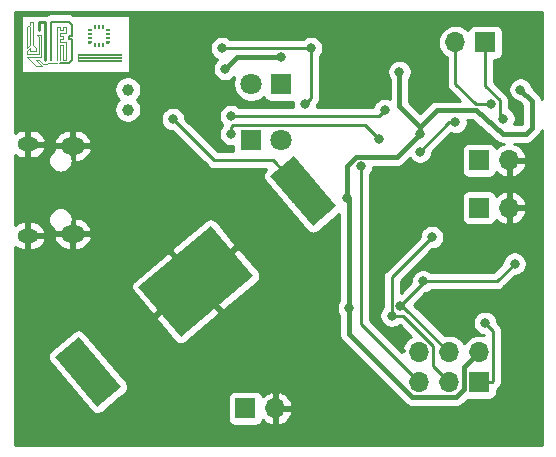
<source format=gbr>
G04 #@! TF.GenerationSoftware,KiCad,Pcbnew,(5.1.4-0-10_14)*
G04 #@! TF.CreationDate,2019-09-02T22:38:08-04:00*
G04 #@! TF.ProjectId,EFCv2,45464376-322e-46b6-9963-61645f706362,rev?*
G04 #@! TF.SameCoordinates,Original*
G04 #@! TF.FileFunction,Copper,L2,Bot*
G04 #@! TF.FilePolarity,Positive*
%FSLAX46Y46*%
G04 Gerber Fmt 4.6, Leading zero omitted, Abs format (unit mm)*
G04 Created by KiCad (PCBNEW (5.1.4-0-10_14)) date 2019-09-02 22:38:08*
%MOMM*%
%LPD*%
G04 APERTURE LIST*
%ADD10C,0.100000*%
%ADD11C,0.200000*%
%ADD12C,1.800000*%
%ADD13R,1.800000X1.800000*%
%ADD14C,1.000000*%
%ADD15O,1.700000X1.700000*%
%ADD16R,1.700000X1.700000*%
%ADD17O,1.800000X1.150000*%
%ADD18O,2.000000X1.450000*%
%ADD19C,2.600000*%
%ADD20C,5.560000*%
%ADD21C,0.800000*%
%ADD22C,0.600000*%
%ADD23C,0.150000*%
%ADD24C,0.088900*%
%ADD25C,0.250000*%
%ADD26C,0.400000*%
%ADD27C,0.254000*%
G04 APERTURE END LIST*
D10*
G36*
X138007401Y-76338241D02*
G01*
X138012255Y-76338961D01*
X138017014Y-76340153D01*
X138021634Y-76341806D01*
X138026070Y-76343904D01*
X138030279Y-76346427D01*
X138034220Y-76349349D01*
X138037855Y-76352645D01*
X138041151Y-76356280D01*
X138044073Y-76360221D01*
X138046596Y-76364430D01*
X138048694Y-76368866D01*
X138050347Y-76373486D01*
X138051539Y-76378245D01*
X138052259Y-76383099D01*
X138052500Y-76388000D01*
X138052500Y-76613000D01*
X138052259Y-76617901D01*
X138051539Y-76622755D01*
X138050347Y-76627514D01*
X138048694Y-76632134D01*
X138046596Y-76636570D01*
X138044073Y-76640779D01*
X138041151Y-76644720D01*
X138037855Y-76648355D01*
X138034220Y-76651651D01*
X138030279Y-76654573D01*
X138026070Y-76657096D01*
X138021634Y-76659194D01*
X138017014Y-76660847D01*
X138012255Y-76662039D01*
X138007401Y-76662759D01*
X138002500Y-76663000D01*
X137902500Y-76663000D01*
X137897599Y-76662759D01*
X137892745Y-76662039D01*
X137887986Y-76660847D01*
X137883366Y-76659194D01*
X137878930Y-76657096D01*
X137874721Y-76654573D01*
X137870780Y-76651651D01*
X137867145Y-76648355D01*
X137863849Y-76644720D01*
X137860927Y-76640779D01*
X137858404Y-76636570D01*
X137856306Y-76632134D01*
X137854653Y-76627514D01*
X137853461Y-76622755D01*
X137852741Y-76617901D01*
X137852500Y-76613000D01*
X137852500Y-76388000D01*
X137852741Y-76383099D01*
X137853461Y-76378245D01*
X137854653Y-76373486D01*
X137856306Y-76368866D01*
X137858404Y-76364430D01*
X137860927Y-76360221D01*
X137863849Y-76356280D01*
X137867145Y-76352645D01*
X137870780Y-76349349D01*
X137874721Y-76346427D01*
X137878930Y-76343904D01*
X137883366Y-76341806D01*
X137887986Y-76340153D01*
X137892745Y-76338961D01*
X137897599Y-76338241D01*
X137902500Y-76338000D01*
X138002500Y-76338000D01*
X138007401Y-76338241D01*
X138007401Y-76338241D01*
G37*
D11*
X137952500Y-76500500D03*
D10*
G36*
X138357401Y-76338241D02*
G01*
X138362255Y-76338961D01*
X138367014Y-76340153D01*
X138371634Y-76341806D01*
X138376070Y-76343904D01*
X138380279Y-76346427D01*
X138384220Y-76349349D01*
X138387855Y-76352645D01*
X138391151Y-76356280D01*
X138394073Y-76360221D01*
X138396596Y-76364430D01*
X138398694Y-76368866D01*
X138400347Y-76373486D01*
X138401539Y-76378245D01*
X138402259Y-76383099D01*
X138402500Y-76388000D01*
X138402500Y-76613000D01*
X138402259Y-76617901D01*
X138401539Y-76622755D01*
X138400347Y-76627514D01*
X138398694Y-76632134D01*
X138396596Y-76636570D01*
X138394073Y-76640779D01*
X138391151Y-76644720D01*
X138387855Y-76648355D01*
X138384220Y-76651651D01*
X138380279Y-76654573D01*
X138376070Y-76657096D01*
X138371634Y-76659194D01*
X138367014Y-76660847D01*
X138362255Y-76662039D01*
X138357401Y-76662759D01*
X138352500Y-76663000D01*
X138252500Y-76663000D01*
X138247599Y-76662759D01*
X138242745Y-76662039D01*
X138237986Y-76660847D01*
X138233366Y-76659194D01*
X138228930Y-76657096D01*
X138224721Y-76654573D01*
X138220780Y-76651651D01*
X138217145Y-76648355D01*
X138213849Y-76644720D01*
X138210927Y-76640779D01*
X138208404Y-76636570D01*
X138206306Y-76632134D01*
X138204653Y-76627514D01*
X138203461Y-76622755D01*
X138202741Y-76617901D01*
X138202500Y-76613000D01*
X138202500Y-76388000D01*
X138202741Y-76383099D01*
X138203461Y-76378245D01*
X138204653Y-76373486D01*
X138206306Y-76368866D01*
X138208404Y-76364430D01*
X138210927Y-76360221D01*
X138213849Y-76356280D01*
X138217145Y-76352645D01*
X138220780Y-76349349D01*
X138224721Y-76346427D01*
X138228930Y-76343904D01*
X138233366Y-76341806D01*
X138237986Y-76340153D01*
X138242745Y-76338961D01*
X138247599Y-76338241D01*
X138252500Y-76338000D01*
X138352500Y-76338000D01*
X138357401Y-76338241D01*
X138357401Y-76338241D01*
G37*
D11*
X138302500Y-76500500D03*
D10*
G36*
X138707401Y-76338241D02*
G01*
X138712255Y-76338961D01*
X138717014Y-76340153D01*
X138721634Y-76341806D01*
X138726070Y-76343904D01*
X138730279Y-76346427D01*
X138734220Y-76349349D01*
X138737855Y-76352645D01*
X138741151Y-76356280D01*
X138744073Y-76360221D01*
X138746596Y-76364430D01*
X138748694Y-76368866D01*
X138750347Y-76373486D01*
X138751539Y-76378245D01*
X138752259Y-76383099D01*
X138752500Y-76388000D01*
X138752500Y-76613000D01*
X138752259Y-76617901D01*
X138751539Y-76622755D01*
X138750347Y-76627514D01*
X138748694Y-76632134D01*
X138746596Y-76636570D01*
X138744073Y-76640779D01*
X138741151Y-76644720D01*
X138737855Y-76648355D01*
X138734220Y-76651651D01*
X138730279Y-76654573D01*
X138726070Y-76657096D01*
X138721634Y-76659194D01*
X138717014Y-76660847D01*
X138712255Y-76662039D01*
X138707401Y-76662759D01*
X138702500Y-76663000D01*
X138602500Y-76663000D01*
X138597599Y-76662759D01*
X138592745Y-76662039D01*
X138587986Y-76660847D01*
X138583366Y-76659194D01*
X138578930Y-76657096D01*
X138574721Y-76654573D01*
X138570780Y-76651651D01*
X138567145Y-76648355D01*
X138563849Y-76644720D01*
X138560927Y-76640779D01*
X138558404Y-76636570D01*
X138556306Y-76632134D01*
X138554653Y-76627514D01*
X138553461Y-76622755D01*
X138552741Y-76617901D01*
X138552500Y-76613000D01*
X138552500Y-76388000D01*
X138552741Y-76383099D01*
X138553461Y-76378245D01*
X138554653Y-76373486D01*
X138556306Y-76368866D01*
X138558404Y-76364430D01*
X138560927Y-76360221D01*
X138563849Y-76356280D01*
X138567145Y-76352645D01*
X138570780Y-76349349D01*
X138574721Y-76346427D01*
X138578930Y-76343904D01*
X138583366Y-76341806D01*
X138587986Y-76340153D01*
X138592745Y-76338961D01*
X138597599Y-76338241D01*
X138602500Y-76338000D01*
X138702500Y-76338000D01*
X138707401Y-76338241D01*
X138707401Y-76338241D01*
G37*
D11*
X138652500Y-76500500D03*
D10*
G36*
X139182401Y-76163241D02*
G01*
X139187255Y-76163961D01*
X139192014Y-76165153D01*
X139196634Y-76166806D01*
X139201070Y-76168904D01*
X139205279Y-76171427D01*
X139209220Y-76174349D01*
X139212855Y-76177645D01*
X139216151Y-76181280D01*
X139219073Y-76185221D01*
X139221596Y-76189430D01*
X139223694Y-76193866D01*
X139225347Y-76198486D01*
X139226539Y-76203245D01*
X139227259Y-76208099D01*
X139227500Y-76213000D01*
X139227500Y-76313000D01*
X139227259Y-76317901D01*
X139226539Y-76322755D01*
X139225347Y-76327514D01*
X139223694Y-76332134D01*
X139221596Y-76336570D01*
X139219073Y-76340779D01*
X139216151Y-76344720D01*
X139212855Y-76348355D01*
X139209220Y-76351651D01*
X139205279Y-76354573D01*
X139201070Y-76357096D01*
X139196634Y-76359194D01*
X139192014Y-76360847D01*
X139187255Y-76362039D01*
X139182401Y-76362759D01*
X139177500Y-76363000D01*
X138952500Y-76363000D01*
X138947599Y-76362759D01*
X138942745Y-76362039D01*
X138937986Y-76360847D01*
X138933366Y-76359194D01*
X138928930Y-76357096D01*
X138924721Y-76354573D01*
X138920780Y-76351651D01*
X138917145Y-76348355D01*
X138913849Y-76344720D01*
X138910927Y-76340779D01*
X138908404Y-76336570D01*
X138906306Y-76332134D01*
X138904653Y-76327514D01*
X138903461Y-76322755D01*
X138902741Y-76317901D01*
X138902500Y-76313000D01*
X138902500Y-76213000D01*
X138902741Y-76208099D01*
X138903461Y-76203245D01*
X138904653Y-76198486D01*
X138906306Y-76193866D01*
X138908404Y-76189430D01*
X138910927Y-76185221D01*
X138913849Y-76181280D01*
X138917145Y-76177645D01*
X138920780Y-76174349D01*
X138924721Y-76171427D01*
X138928930Y-76168904D01*
X138933366Y-76166806D01*
X138937986Y-76165153D01*
X138942745Y-76163961D01*
X138947599Y-76163241D01*
X138952500Y-76163000D01*
X139177500Y-76163000D01*
X139182401Y-76163241D01*
X139182401Y-76163241D01*
G37*
D11*
X139065000Y-76263000D03*
D10*
G36*
X139182401Y-75813241D02*
G01*
X139187255Y-75813961D01*
X139192014Y-75815153D01*
X139196634Y-75816806D01*
X139201070Y-75818904D01*
X139205279Y-75821427D01*
X139209220Y-75824349D01*
X139212855Y-75827645D01*
X139216151Y-75831280D01*
X139219073Y-75835221D01*
X139221596Y-75839430D01*
X139223694Y-75843866D01*
X139225347Y-75848486D01*
X139226539Y-75853245D01*
X139227259Y-75858099D01*
X139227500Y-75863000D01*
X139227500Y-75963000D01*
X139227259Y-75967901D01*
X139226539Y-75972755D01*
X139225347Y-75977514D01*
X139223694Y-75982134D01*
X139221596Y-75986570D01*
X139219073Y-75990779D01*
X139216151Y-75994720D01*
X139212855Y-75998355D01*
X139209220Y-76001651D01*
X139205279Y-76004573D01*
X139201070Y-76007096D01*
X139196634Y-76009194D01*
X139192014Y-76010847D01*
X139187255Y-76012039D01*
X139182401Y-76012759D01*
X139177500Y-76013000D01*
X138952500Y-76013000D01*
X138947599Y-76012759D01*
X138942745Y-76012039D01*
X138937986Y-76010847D01*
X138933366Y-76009194D01*
X138928930Y-76007096D01*
X138924721Y-76004573D01*
X138920780Y-76001651D01*
X138917145Y-75998355D01*
X138913849Y-75994720D01*
X138910927Y-75990779D01*
X138908404Y-75986570D01*
X138906306Y-75982134D01*
X138904653Y-75977514D01*
X138903461Y-75972755D01*
X138902741Y-75967901D01*
X138902500Y-75963000D01*
X138902500Y-75863000D01*
X138902741Y-75858099D01*
X138903461Y-75853245D01*
X138904653Y-75848486D01*
X138906306Y-75843866D01*
X138908404Y-75839430D01*
X138910927Y-75835221D01*
X138913849Y-75831280D01*
X138917145Y-75827645D01*
X138920780Y-75824349D01*
X138924721Y-75821427D01*
X138928930Y-75818904D01*
X138933366Y-75816806D01*
X138937986Y-75815153D01*
X138942745Y-75813961D01*
X138947599Y-75813241D01*
X138952500Y-75813000D01*
X139177500Y-75813000D01*
X139182401Y-75813241D01*
X139182401Y-75813241D01*
G37*
D11*
X139065000Y-75913000D03*
D10*
G36*
X139182401Y-75463241D02*
G01*
X139187255Y-75463961D01*
X139192014Y-75465153D01*
X139196634Y-75466806D01*
X139201070Y-75468904D01*
X139205279Y-75471427D01*
X139209220Y-75474349D01*
X139212855Y-75477645D01*
X139216151Y-75481280D01*
X139219073Y-75485221D01*
X139221596Y-75489430D01*
X139223694Y-75493866D01*
X139225347Y-75498486D01*
X139226539Y-75503245D01*
X139227259Y-75508099D01*
X139227500Y-75513000D01*
X139227500Y-75613000D01*
X139227259Y-75617901D01*
X139226539Y-75622755D01*
X139225347Y-75627514D01*
X139223694Y-75632134D01*
X139221596Y-75636570D01*
X139219073Y-75640779D01*
X139216151Y-75644720D01*
X139212855Y-75648355D01*
X139209220Y-75651651D01*
X139205279Y-75654573D01*
X139201070Y-75657096D01*
X139196634Y-75659194D01*
X139192014Y-75660847D01*
X139187255Y-75662039D01*
X139182401Y-75662759D01*
X139177500Y-75663000D01*
X138952500Y-75663000D01*
X138947599Y-75662759D01*
X138942745Y-75662039D01*
X138937986Y-75660847D01*
X138933366Y-75659194D01*
X138928930Y-75657096D01*
X138924721Y-75654573D01*
X138920780Y-75651651D01*
X138917145Y-75648355D01*
X138913849Y-75644720D01*
X138910927Y-75640779D01*
X138908404Y-75636570D01*
X138906306Y-75632134D01*
X138904653Y-75627514D01*
X138903461Y-75622755D01*
X138902741Y-75617901D01*
X138902500Y-75613000D01*
X138902500Y-75513000D01*
X138902741Y-75508099D01*
X138903461Y-75503245D01*
X138904653Y-75498486D01*
X138906306Y-75493866D01*
X138908404Y-75489430D01*
X138910927Y-75485221D01*
X138913849Y-75481280D01*
X138917145Y-75477645D01*
X138920780Y-75474349D01*
X138924721Y-75471427D01*
X138928930Y-75468904D01*
X138933366Y-75466806D01*
X138937986Y-75465153D01*
X138942745Y-75463961D01*
X138947599Y-75463241D01*
X138952500Y-75463000D01*
X139177500Y-75463000D01*
X139182401Y-75463241D01*
X139182401Y-75463241D01*
G37*
D11*
X139065000Y-75563000D03*
D10*
G36*
X139182401Y-75113241D02*
G01*
X139187255Y-75113961D01*
X139192014Y-75115153D01*
X139196634Y-75116806D01*
X139201070Y-75118904D01*
X139205279Y-75121427D01*
X139209220Y-75124349D01*
X139212855Y-75127645D01*
X139216151Y-75131280D01*
X139219073Y-75135221D01*
X139221596Y-75139430D01*
X139223694Y-75143866D01*
X139225347Y-75148486D01*
X139226539Y-75153245D01*
X139227259Y-75158099D01*
X139227500Y-75163000D01*
X139227500Y-75263000D01*
X139227259Y-75267901D01*
X139226539Y-75272755D01*
X139225347Y-75277514D01*
X139223694Y-75282134D01*
X139221596Y-75286570D01*
X139219073Y-75290779D01*
X139216151Y-75294720D01*
X139212855Y-75298355D01*
X139209220Y-75301651D01*
X139205279Y-75304573D01*
X139201070Y-75307096D01*
X139196634Y-75309194D01*
X139192014Y-75310847D01*
X139187255Y-75312039D01*
X139182401Y-75312759D01*
X139177500Y-75313000D01*
X138952500Y-75313000D01*
X138947599Y-75312759D01*
X138942745Y-75312039D01*
X138937986Y-75310847D01*
X138933366Y-75309194D01*
X138928930Y-75307096D01*
X138924721Y-75304573D01*
X138920780Y-75301651D01*
X138917145Y-75298355D01*
X138913849Y-75294720D01*
X138910927Y-75290779D01*
X138908404Y-75286570D01*
X138906306Y-75282134D01*
X138904653Y-75277514D01*
X138903461Y-75272755D01*
X138902741Y-75267901D01*
X138902500Y-75263000D01*
X138902500Y-75163000D01*
X138902741Y-75158099D01*
X138903461Y-75153245D01*
X138904653Y-75148486D01*
X138906306Y-75143866D01*
X138908404Y-75139430D01*
X138910927Y-75135221D01*
X138913849Y-75131280D01*
X138917145Y-75127645D01*
X138920780Y-75124349D01*
X138924721Y-75121427D01*
X138928930Y-75118904D01*
X138933366Y-75116806D01*
X138937986Y-75115153D01*
X138942745Y-75113961D01*
X138947599Y-75113241D01*
X138952500Y-75113000D01*
X139177500Y-75113000D01*
X139182401Y-75113241D01*
X139182401Y-75113241D01*
G37*
D11*
X139065000Y-75213000D03*
D10*
G36*
X138707401Y-74813241D02*
G01*
X138712255Y-74813961D01*
X138717014Y-74815153D01*
X138721634Y-74816806D01*
X138726070Y-74818904D01*
X138730279Y-74821427D01*
X138734220Y-74824349D01*
X138737855Y-74827645D01*
X138741151Y-74831280D01*
X138744073Y-74835221D01*
X138746596Y-74839430D01*
X138748694Y-74843866D01*
X138750347Y-74848486D01*
X138751539Y-74853245D01*
X138752259Y-74858099D01*
X138752500Y-74863000D01*
X138752500Y-75088000D01*
X138752259Y-75092901D01*
X138751539Y-75097755D01*
X138750347Y-75102514D01*
X138748694Y-75107134D01*
X138746596Y-75111570D01*
X138744073Y-75115779D01*
X138741151Y-75119720D01*
X138737855Y-75123355D01*
X138734220Y-75126651D01*
X138730279Y-75129573D01*
X138726070Y-75132096D01*
X138721634Y-75134194D01*
X138717014Y-75135847D01*
X138712255Y-75137039D01*
X138707401Y-75137759D01*
X138702500Y-75138000D01*
X138602500Y-75138000D01*
X138597599Y-75137759D01*
X138592745Y-75137039D01*
X138587986Y-75135847D01*
X138583366Y-75134194D01*
X138578930Y-75132096D01*
X138574721Y-75129573D01*
X138570780Y-75126651D01*
X138567145Y-75123355D01*
X138563849Y-75119720D01*
X138560927Y-75115779D01*
X138558404Y-75111570D01*
X138556306Y-75107134D01*
X138554653Y-75102514D01*
X138553461Y-75097755D01*
X138552741Y-75092901D01*
X138552500Y-75088000D01*
X138552500Y-74863000D01*
X138552741Y-74858099D01*
X138553461Y-74853245D01*
X138554653Y-74848486D01*
X138556306Y-74843866D01*
X138558404Y-74839430D01*
X138560927Y-74835221D01*
X138563849Y-74831280D01*
X138567145Y-74827645D01*
X138570780Y-74824349D01*
X138574721Y-74821427D01*
X138578930Y-74818904D01*
X138583366Y-74816806D01*
X138587986Y-74815153D01*
X138592745Y-74813961D01*
X138597599Y-74813241D01*
X138602500Y-74813000D01*
X138702500Y-74813000D01*
X138707401Y-74813241D01*
X138707401Y-74813241D01*
G37*
D11*
X138652500Y-74975500D03*
D10*
G36*
X138357401Y-74813241D02*
G01*
X138362255Y-74813961D01*
X138367014Y-74815153D01*
X138371634Y-74816806D01*
X138376070Y-74818904D01*
X138380279Y-74821427D01*
X138384220Y-74824349D01*
X138387855Y-74827645D01*
X138391151Y-74831280D01*
X138394073Y-74835221D01*
X138396596Y-74839430D01*
X138398694Y-74843866D01*
X138400347Y-74848486D01*
X138401539Y-74853245D01*
X138402259Y-74858099D01*
X138402500Y-74863000D01*
X138402500Y-75088000D01*
X138402259Y-75092901D01*
X138401539Y-75097755D01*
X138400347Y-75102514D01*
X138398694Y-75107134D01*
X138396596Y-75111570D01*
X138394073Y-75115779D01*
X138391151Y-75119720D01*
X138387855Y-75123355D01*
X138384220Y-75126651D01*
X138380279Y-75129573D01*
X138376070Y-75132096D01*
X138371634Y-75134194D01*
X138367014Y-75135847D01*
X138362255Y-75137039D01*
X138357401Y-75137759D01*
X138352500Y-75138000D01*
X138252500Y-75138000D01*
X138247599Y-75137759D01*
X138242745Y-75137039D01*
X138237986Y-75135847D01*
X138233366Y-75134194D01*
X138228930Y-75132096D01*
X138224721Y-75129573D01*
X138220780Y-75126651D01*
X138217145Y-75123355D01*
X138213849Y-75119720D01*
X138210927Y-75115779D01*
X138208404Y-75111570D01*
X138206306Y-75107134D01*
X138204653Y-75102514D01*
X138203461Y-75097755D01*
X138202741Y-75092901D01*
X138202500Y-75088000D01*
X138202500Y-74863000D01*
X138202741Y-74858099D01*
X138203461Y-74853245D01*
X138204653Y-74848486D01*
X138206306Y-74843866D01*
X138208404Y-74839430D01*
X138210927Y-74835221D01*
X138213849Y-74831280D01*
X138217145Y-74827645D01*
X138220780Y-74824349D01*
X138224721Y-74821427D01*
X138228930Y-74818904D01*
X138233366Y-74816806D01*
X138237986Y-74815153D01*
X138242745Y-74813961D01*
X138247599Y-74813241D01*
X138252500Y-74813000D01*
X138352500Y-74813000D01*
X138357401Y-74813241D01*
X138357401Y-74813241D01*
G37*
D11*
X138302500Y-74975500D03*
D10*
G36*
X138007401Y-74813241D02*
G01*
X138012255Y-74813961D01*
X138017014Y-74815153D01*
X138021634Y-74816806D01*
X138026070Y-74818904D01*
X138030279Y-74821427D01*
X138034220Y-74824349D01*
X138037855Y-74827645D01*
X138041151Y-74831280D01*
X138044073Y-74835221D01*
X138046596Y-74839430D01*
X138048694Y-74843866D01*
X138050347Y-74848486D01*
X138051539Y-74853245D01*
X138052259Y-74858099D01*
X138052500Y-74863000D01*
X138052500Y-75088000D01*
X138052259Y-75092901D01*
X138051539Y-75097755D01*
X138050347Y-75102514D01*
X138048694Y-75107134D01*
X138046596Y-75111570D01*
X138044073Y-75115779D01*
X138041151Y-75119720D01*
X138037855Y-75123355D01*
X138034220Y-75126651D01*
X138030279Y-75129573D01*
X138026070Y-75132096D01*
X138021634Y-75134194D01*
X138017014Y-75135847D01*
X138012255Y-75137039D01*
X138007401Y-75137759D01*
X138002500Y-75138000D01*
X137902500Y-75138000D01*
X137897599Y-75137759D01*
X137892745Y-75137039D01*
X137887986Y-75135847D01*
X137883366Y-75134194D01*
X137878930Y-75132096D01*
X137874721Y-75129573D01*
X137870780Y-75126651D01*
X137867145Y-75123355D01*
X137863849Y-75119720D01*
X137860927Y-75115779D01*
X137858404Y-75111570D01*
X137856306Y-75107134D01*
X137854653Y-75102514D01*
X137853461Y-75097755D01*
X137852741Y-75092901D01*
X137852500Y-75088000D01*
X137852500Y-74863000D01*
X137852741Y-74858099D01*
X137853461Y-74853245D01*
X137854653Y-74848486D01*
X137856306Y-74843866D01*
X137858404Y-74839430D01*
X137860927Y-74835221D01*
X137863849Y-74831280D01*
X137867145Y-74827645D01*
X137870780Y-74824349D01*
X137874721Y-74821427D01*
X137878930Y-74818904D01*
X137883366Y-74816806D01*
X137887986Y-74815153D01*
X137892745Y-74813961D01*
X137897599Y-74813241D01*
X137902500Y-74813000D01*
X138002500Y-74813000D01*
X138007401Y-74813241D01*
X138007401Y-74813241D01*
G37*
D11*
X137952500Y-74975500D03*
D10*
G36*
X137657401Y-75113241D02*
G01*
X137662255Y-75113961D01*
X137667014Y-75115153D01*
X137671634Y-75116806D01*
X137676070Y-75118904D01*
X137680279Y-75121427D01*
X137684220Y-75124349D01*
X137687855Y-75127645D01*
X137691151Y-75131280D01*
X137694073Y-75135221D01*
X137696596Y-75139430D01*
X137698694Y-75143866D01*
X137700347Y-75148486D01*
X137701539Y-75153245D01*
X137702259Y-75158099D01*
X137702500Y-75163000D01*
X137702500Y-75263000D01*
X137702259Y-75267901D01*
X137701539Y-75272755D01*
X137700347Y-75277514D01*
X137698694Y-75282134D01*
X137696596Y-75286570D01*
X137694073Y-75290779D01*
X137691151Y-75294720D01*
X137687855Y-75298355D01*
X137684220Y-75301651D01*
X137680279Y-75304573D01*
X137676070Y-75307096D01*
X137671634Y-75309194D01*
X137667014Y-75310847D01*
X137662255Y-75312039D01*
X137657401Y-75312759D01*
X137652500Y-75313000D01*
X137427500Y-75313000D01*
X137422599Y-75312759D01*
X137417745Y-75312039D01*
X137412986Y-75310847D01*
X137408366Y-75309194D01*
X137403930Y-75307096D01*
X137399721Y-75304573D01*
X137395780Y-75301651D01*
X137392145Y-75298355D01*
X137388849Y-75294720D01*
X137385927Y-75290779D01*
X137383404Y-75286570D01*
X137381306Y-75282134D01*
X137379653Y-75277514D01*
X137378461Y-75272755D01*
X137377741Y-75267901D01*
X137377500Y-75263000D01*
X137377500Y-75163000D01*
X137377741Y-75158099D01*
X137378461Y-75153245D01*
X137379653Y-75148486D01*
X137381306Y-75143866D01*
X137383404Y-75139430D01*
X137385927Y-75135221D01*
X137388849Y-75131280D01*
X137392145Y-75127645D01*
X137395780Y-75124349D01*
X137399721Y-75121427D01*
X137403930Y-75118904D01*
X137408366Y-75116806D01*
X137412986Y-75115153D01*
X137417745Y-75113961D01*
X137422599Y-75113241D01*
X137427500Y-75113000D01*
X137652500Y-75113000D01*
X137657401Y-75113241D01*
X137657401Y-75113241D01*
G37*
D11*
X137540000Y-75213000D03*
D10*
G36*
X137657401Y-75463241D02*
G01*
X137662255Y-75463961D01*
X137667014Y-75465153D01*
X137671634Y-75466806D01*
X137676070Y-75468904D01*
X137680279Y-75471427D01*
X137684220Y-75474349D01*
X137687855Y-75477645D01*
X137691151Y-75481280D01*
X137694073Y-75485221D01*
X137696596Y-75489430D01*
X137698694Y-75493866D01*
X137700347Y-75498486D01*
X137701539Y-75503245D01*
X137702259Y-75508099D01*
X137702500Y-75513000D01*
X137702500Y-75613000D01*
X137702259Y-75617901D01*
X137701539Y-75622755D01*
X137700347Y-75627514D01*
X137698694Y-75632134D01*
X137696596Y-75636570D01*
X137694073Y-75640779D01*
X137691151Y-75644720D01*
X137687855Y-75648355D01*
X137684220Y-75651651D01*
X137680279Y-75654573D01*
X137676070Y-75657096D01*
X137671634Y-75659194D01*
X137667014Y-75660847D01*
X137662255Y-75662039D01*
X137657401Y-75662759D01*
X137652500Y-75663000D01*
X137427500Y-75663000D01*
X137422599Y-75662759D01*
X137417745Y-75662039D01*
X137412986Y-75660847D01*
X137408366Y-75659194D01*
X137403930Y-75657096D01*
X137399721Y-75654573D01*
X137395780Y-75651651D01*
X137392145Y-75648355D01*
X137388849Y-75644720D01*
X137385927Y-75640779D01*
X137383404Y-75636570D01*
X137381306Y-75632134D01*
X137379653Y-75627514D01*
X137378461Y-75622755D01*
X137377741Y-75617901D01*
X137377500Y-75613000D01*
X137377500Y-75513000D01*
X137377741Y-75508099D01*
X137378461Y-75503245D01*
X137379653Y-75498486D01*
X137381306Y-75493866D01*
X137383404Y-75489430D01*
X137385927Y-75485221D01*
X137388849Y-75481280D01*
X137392145Y-75477645D01*
X137395780Y-75474349D01*
X137399721Y-75471427D01*
X137403930Y-75468904D01*
X137408366Y-75466806D01*
X137412986Y-75465153D01*
X137417745Y-75463961D01*
X137422599Y-75463241D01*
X137427500Y-75463000D01*
X137652500Y-75463000D01*
X137657401Y-75463241D01*
X137657401Y-75463241D01*
G37*
D11*
X137540000Y-75563000D03*
D10*
G36*
X137657401Y-75813241D02*
G01*
X137662255Y-75813961D01*
X137667014Y-75815153D01*
X137671634Y-75816806D01*
X137676070Y-75818904D01*
X137680279Y-75821427D01*
X137684220Y-75824349D01*
X137687855Y-75827645D01*
X137691151Y-75831280D01*
X137694073Y-75835221D01*
X137696596Y-75839430D01*
X137698694Y-75843866D01*
X137700347Y-75848486D01*
X137701539Y-75853245D01*
X137702259Y-75858099D01*
X137702500Y-75863000D01*
X137702500Y-75963000D01*
X137702259Y-75967901D01*
X137701539Y-75972755D01*
X137700347Y-75977514D01*
X137698694Y-75982134D01*
X137696596Y-75986570D01*
X137694073Y-75990779D01*
X137691151Y-75994720D01*
X137687855Y-75998355D01*
X137684220Y-76001651D01*
X137680279Y-76004573D01*
X137676070Y-76007096D01*
X137671634Y-76009194D01*
X137667014Y-76010847D01*
X137662255Y-76012039D01*
X137657401Y-76012759D01*
X137652500Y-76013000D01*
X137427500Y-76013000D01*
X137422599Y-76012759D01*
X137417745Y-76012039D01*
X137412986Y-76010847D01*
X137408366Y-76009194D01*
X137403930Y-76007096D01*
X137399721Y-76004573D01*
X137395780Y-76001651D01*
X137392145Y-75998355D01*
X137388849Y-75994720D01*
X137385927Y-75990779D01*
X137383404Y-75986570D01*
X137381306Y-75982134D01*
X137379653Y-75977514D01*
X137378461Y-75972755D01*
X137377741Y-75967901D01*
X137377500Y-75963000D01*
X137377500Y-75863000D01*
X137377741Y-75858099D01*
X137378461Y-75853245D01*
X137379653Y-75848486D01*
X137381306Y-75843866D01*
X137383404Y-75839430D01*
X137385927Y-75835221D01*
X137388849Y-75831280D01*
X137392145Y-75827645D01*
X137395780Y-75824349D01*
X137399721Y-75821427D01*
X137403930Y-75818904D01*
X137408366Y-75816806D01*
X137412986Y-75815153D01*
X137417745Y-75813961D01*
X137422599Y-75813241D01*
X137427500Y-75813000D01*
X137652500Y-75813000D01*
X137657401Y-75813241D01*
X137657401Y-75813241D01*
G37*
D11*
X137540000Y-75913000D03*
D10*
G36*
X137657401Y-76163241D02*
G01*
X137662255Y-76163961D01*
X137667014Y-76165153D01*
X137671634Y-76166806D01*
X137676070Y-76168904D01*
X137680279Y-76171427D01*
X137684220Y-76174349D01*
X137687855Y-76177645D01*
X137691151Y-76181280D01*
X137694073Y-76185221D01*
X137696596Y-76189430D01*
X137698694Y-76193866D01*
X137700347Y-76198486D01*
X137701539Y-76203245D01*
X137702259Y-76208099D01*
X137702500Y-76213000D01*
X137702500Y-76313000D01*
X137702259Y-76317901D01*
X137701539Y-76322755D01*
X137700347Y-76327514D01*
X137698694Y-76332134D01*
X137696596Y-76336570D01*
X137694073Y-76340779D01*
X137691151Y-76344720D01*
X137687855Y-76348355D01*
X137684220Y-76351651D01*
X137680279Y-76354573D01*
X137676070Y-76357096D01*
X137671634Y-76359194D01*
X137667014Y-76360847D01*
X137662255Y-76362039D01*
X137657401Y-76362759D01*
X137652500Y-76363000D01*
X137427500Y-76363000D01*
X137422599Y-76362759D01*
X137417745Y-76362039D01*
X137412986Y-76360847D01*
X137408366Y-76359194D01*
X137403930Y-76357096D01*
X137399721Y-76354573D01*
X137395780Y-76351651D01*
X137392145Y-76348355D01*
X137388849Y-76344720D01*
X137385927Y-76340779D01*
X137383404Y-76336570D01*
X137381306Y-76332134D01*
X137379653Y-76327514D01*
X137378461Y-76322755D01*
X137377741Y-76317901D01*
X137377500Y-76313000D01*
X137377500Y-76213000D01*
X137377741Y-76208099D01*
X137378461Y-76203245D01*
X137379653Y-76198486D01*
X137381306Y-76193866D01*
X137383404Y-76189430D01*
X137385927Y-76185221D01*
X137388849Y-76181280D01*
X137392145Y-76177645D01*
X137395780Y-76174349D01*
X137399721Y-76171427D01*
X137403930Y-76168904D01*
X137408366Y-76166806D01*
X137412986Y-76165153D01*
X137417745Y-76163961D01*
X137422599Y-76163241D01*
X137427500Y-76163000D01*
X137652500Y-76163000D01*
X137657401Y-76163241D01*
X137657401Y-76163241D01*
G37*
D11*
X137540000Y-76263000D03*
D12*
X151210000Y-79750000D03*
D13*
X153750000Y-79750000D03*
D14*
X140750000Y-81950000D03*
X140750000Y-80250000D03*
D15*
X173040000Y-86250000D03*
D16*
X170500000Y-86250000D03*
D15*
X173040000Y-90250000D03*
D16*
X170500000Y-90250000D03*
D15*
X168500000Y-76250000D03*
D16*
X171040000Y-76250000D03*
D15*
X153250000Y-107250000D03*
D16*
X150710000Y-107250000D03*
D15*
X165420000Y-102500000D03*
X165420000Y-105040000D03*
X167960000Y-102500000D03*
X167960000Y-105040000D03*
X170500000Y-102500000D03*
D16*
X170500000Y-105040000D03*
D17*
X132300000Y-92625000D03*
X132300000Y-84875000D03*
D18*
X136100000Y-92475000D03*
X136100000Y-85025000D03*
D12*
X153750000Y-84500000D03*
D13*
X151210000Y-84500000D03*
D19*
X155619759Y-88847614D03*
D10*
G36*
X154828667Y-85882387D02*
G01*
X158402566Y-90141594D01*
X156410851Y-91812841D01*
X152836952Y-87553634D01*
X154828667Y-85882387D01*
X154828667Y-85882387D01*
G37*
D19*
X137380241Y-104152386D03*
D10*
G36*
X136589149Y-101187159D02*
G01*
X140163048Y-105446366D01*
X138171333Y-107117613D01*
X134597434Y-102858406D01*
X136589149Y-101187159D01*
X136589149Y-101187159D01*
G37*
D20*
X146500000Y-96500000D03*
D10*
G36*
X147777228Y-91799246D02*
G01*
X151351127Y-96058453D01*
X145222772Y-101200754D01*
X141648873Y-96941547D01*
X147777228Y-91799246D01*
X147777228Y-91799246D01*
G37*
D21*
X163750000Y-89500000D03*
X132842000Y-79502000D03*
D22*
X132842000Y-80391000D03*
X132842000Y-81153000D03*
D21*
X144575010Y-82750000D03*
X159492511Y-98732298D03*
X165500000Y-84000000D03*
X174000000Y-80250000D03*
X163750000Y-78750000D03*
X159356000Y-89394000D03*
X149000000Y-78500000D03*
X153750000Y-77500000D03*
X171000000Y-100000000D03*
X163100000Y-99400000D03*
X166500000Y-92750000D03*
X165750000Y-96500000D03*
X173500000Y-95000000D03*
X163825000Y-98548340D03*
X160500000Y-86750000D03*
X172549154Y-82725000D03*
X171500000Y-81500000D03*
X148750000Y-76750000D03*
X156250000Y-76750000D03*
X155750000Y-81500000D03*
X149500000Y-84000000D03*
X162055999Y-84453524D03*
X149500000Y-82500000D03*
X162500000Y-82000000D03*
X165500000Y-85500000D03*
X168489066Y-83009112D03*
D10*
X134750000Y-75000000D02*
X134750000Y-77750000D01*
D23*
X134250000Y-75000000D02*
X134250000Y-77750000D01*
D10*
X134750000Y-75000000D02*
X135000000Y-75000000D01*
X135000000Y-75000000D02*
X135000000Y-75250000D01*
X135000000Y-75250000D02*
X135250000Y-75250000D01*
X135250000Y-75250000D02*
X135250000Y-75000000D01*
X135250000Y-75000000D02*
X135500000Y-75000000D01*
X135500000Y-75000000D02*
X135500000Y-75500000D01*
X135500000Y-75500000D02*
X135000000Y-75500000D01*
X135000000Y-75500000D02*
X135000000Y-75750000D01*
X135000000Y-75750000D02*
X135250000Y-75750000D01*
X135250000Y-75750000D02*
X135250000Y-76000000D01*
X135250000Y-76000000D02*
X135000000Y-76000000D01*
X135000000Y-76000000D02*
X135000000Y-76250000D01*
X135000000Y-76250000D02*
X135250000Y-76250000D01*
X135250000Y-76250000D02*
X135500000Y-76250000D01*
X135500000Y-76250000D02*
X135500000Y-77750000D01*
X135500000Y-77750000D02*
X135250000Y-77750000D01*
X135250000Y-77750000D02*
X135250000Y-76500000D01*
X135250000Y-76500000D02*
X135000000Y-76500000D01*
X135000000Y-76500000D02*
X135000000Y-77750000D01*
D23*
X134250000Y-75000000D02*
X134250000Y-74500000D01*
X134250000Y-74500000D02*
X134750000Y-74500000D01*
X134750000Y-74500000D02*
X135000000Y-74500000D01*
X135000000Y-74500000D02*
X135750000Y-74500000D01*
X135750000Y-74500000D02*
X136000000Y-74750000D01*
X136000000Y-74750000D02*
X136000000Y-75750000D01*
X136000000Y-75750000D02*
X135750000Y-75750000D01*
X135750000Y-75750000D02*
X135750000Y-76000000D01*
X135750000Y-76000000D02*
X136000000Y-76000000D01*
X136000000Y-76000000D02*
X136000000Y-77750000D01*
X136000000Y-77750000D02*
X135750000Y-78000000D01*
X135750000Y-78000000D02*
X135000000Y-78000000D01*
D24*
X133596965Y-78119460D02*
X133380540Y-77903035D01*
X133903035Y-78119460D02*
X133596965Y-78119460D01*
X134022495Y-78000000D02*
X133903035Y-78119460D01*
X134750000Y-78000000D02*
X134022495Y-78000000D01*
X133380540Y-77903035D02*
X133380540Y-77880540D01*
X133380540Y-77880540D02*
X133250000Y-77750000D01*
X133250000Y-77750000D02*
X133000000Y-77750000D01*
X133000000Y-77750000D02*
X133250000Y-78000000D01*
X133250000Y-78000000D02*
X133500000Y-78250000D01*
X133500000Y-78250000D02*
X133250000Y-78250000D01*
X133250000Y-78250000D02*
X133000000Y-78250000D01*
X133000000Y-78250000D02*
X132250000Y-77500000D01*
X132250000Y-77500000D02*
X133380540Y-77500000D01*
X133380540Y-75630540D02*
X133369460Y-75619460D01*
X133380540Y-77500000D02*
X133380540Y-75630540D01*
X133369460Y-75619460D02*
X133096965Y-75619460D01*
X133096965Y-75619460D02*
X133250000Y-75772495D01*
X133250000Y-75772495D02*
X133250000Y-77250000D01*
X133250000Y-77250000D02*
X132250000Y-77250000D01*
X132250000Y-77250000D02*
X132250000Y-77000000D01*
X132250000Y-77000000D02*
X132500000Y-76750000D01*
X132500000Y-76750000D02*
X132500000Y-77000000D01*
X132500000Y-77000000D02*
X133000000Y-77000000D01*
X133000000Y-77000000D02*
X133000000Y-76750000D01*
X133000000Y-76750000D02*
X132750000Y-76500000D01*
X132750000Y-76500000D02*
X132750000Y-74500000D01*
X132750000Y-74500000D02*
X132500000Y-74500000D01*
X132500000Y-74500000D02*
X132500000Y-74750000D01*
X132500000Y-74750000D02*
X132250000Y-75000000D01*
X132250000Y-75000000D02*
X132250000Y-76750000D01*
X132250000Y-76750000D02*
X132500000Y-76500000D01*
X132500000Y-76500000D02*
X132500000Y-75000000D01*
X136525000Y-77216000D02*
X140208000Y-77216000D01*
X140208000Y-77216000D02*
X140208000Y-77343000D01*
X140208000Y-77343000D02*
X136525000Y-77343000D01*
X136525000Y-77343000D02*
X136525000Y-77470000D01*
X136525000Y-77470000D02*
X140208000Y-77470000D01*
X140208000Y-77470000D02*
X140208000Y-77597000D01*
X140208000Y-77597000D02*
X136525000Y-77597000D01*
X136525000Y-77597000D02*
X136525000Y-77724000D01*
X136525000Y-77724000D02*
X140208000Y-77724000D01*
X140208000Y-77724000D02*
X140208000Y-77851000D01*
X140208000Y-77851000D02*
X136525000Y-77851000D01*
D25*
X133750000Y-75000000D02*
X133750000Y-77750000D01*
X133750000Y-75000000D02*
X133750000Y-74500000D01*
X133750000Y-74500000D02*
X133250000Y-74500000D01*
X133250000Y-74500000D02*
X133250000Y-74750000D01*
X133250000Y-74750000D02*
X133250000Y-75250000D01*
X144575010Y-82750000D02*
X148075010Y-86250000D01*
X153022145Y-86250000D02*
X155619759Y-88847614D01*
X148075010Y-86250000D02*
X153022145Y-86250000D01*
D26*
X169249999Y-103750001D02*
X169650001Y-103349999D01*
X169249999Y-105600003D02*
X169249999Y-103750001D01*
X169650001Y-103349999D02*
X170500000Y-102500000D01*
X164819999Y-106290001D02*
X168560001Y-106290001D01*
X168560001Y-106290001D02*
X169249999Y-105600003D01*
X159492511Y-100962513D02*
X164819999Y-106290001D01*
X159492511Y-98732298D02*
X159492511Y-100962513D01*
X163550001Y-85949999D02*
X165500000Y-84000000D01*
X175000000Y-83500000D02*
X175000000Y-81250000D01*
X174500000Y-84000000D02*
X175000000Y-83500000D01*
X166909305Y-82025010D02*
X170250000Y-82025010D01*
X172500000Y-84000000D02*
X174500000Y-84000000D01*
X170250000Y-82025010D02*
X172500000Y-84000000D01*
X175000000Y-81250000D02*
X174000000Y-80250000D01*
X165500000Y-83434315D02*
X166909305Y-82025010D01*
X165500000Y-84000000D02*
X165500000Y-83434315D01*
X163750000Y-81684315D02*
X163750000Y-78750000D01*
X165500000Y-83434315D02*
X163750000Y-81684315D01*
X159492511Y-89507489D02*
X159492511Y-98732298D01*
X159356000Y-89394000D02*
X159492511Y-89507489D01*
X160115999Y-85949999D02*
X163550001Y-85949999D01*
X159356000Y-86709998D02*
X160115999Y-85949999D01*
X159356000Y-89394000D02*
X159356000Y-86709998D01*
X150000000Y-77500000D02*
X153750000Y-77500000D01*
X149000000Y-78500000D02*
X150000000Y-77500000D01*
D25*
X171600000Y-105040000D02*
X170500000Y-105040000D01*
X171675001Y-104964999D02*
X171600000Y-105040000D01*
X171675001Y-100675001D02*
X171675001Y-104964999D01*
X171000000Y-100000000D02*
X171675001Y-100675001D01*
X163100000Y-96150000D02*
X163100000Y-99400000D01*
X166500000Y-92750000D02*
X163100000Y-96150000D01*
X164059002Y-99400000D02*
X163665685Y-99400000D01*
X166595001Y-101935999D02*
X164059002Y-99400000D01*
X166595001Y-103675001D02*
X166595001Y-101935999D01*
X163665685Y-99400000D02*
X163100000Y-99400000D01*
X167960000Y-105040000D02*
X166595001Y-103675001D01*
X172000000Y-96500000D02*
X173500000Y-95000000D01*
X165750000Y-96500000D02*
X172000000Y-96500000D01*
X165750000Y-96623340D02*
X165750000Y-96500000D01*
X163825000Y-98548340D02*
X165750000Y-96623340D01*
X164008340Y-98548340D02*
X163825000Y-98548340D01*
X167960000Y-102500000D02*
X164008340Y-98548340D01*
X160500000Y-100120000D02*
X160500000Y-86750000D01*
X165420000Y-105040000D02*
X160500000Y-100120000D01*
X171040000Y-79966998D02*
X171040000Y-76250000D01*
X172250000Y-81176998D02*
X171040000Y-79966998D01*
X172250000Y-82250000D02*
X172250000Y-81176998D01*
X172250000Y-82425846D02*
X172549154Y-82725000D01*
X172250000Y-82250000D02*
X172250000Y-82425846D01*
X171500000Y-81500000D02*
X170250000Y-81500000D01*
X168500000Y-79750000D02*
X168500000Y-76250000D01*
X170250000Y-81500000D02*
X168500000Y-79750000D01*
X148750000Y-76750000D02*
X156250000Y-76750000D01*
X156250000Y-81000000D02*
X155750000Y-81500000D01*
X156250000Y-76750000D02*
X156250000Y-81000000D01*
X160877474Y-83274999D02*
X162055999Y-84453524D01*
X149659316Y-83274999D02*
X160877474Y-83274999D01*
X149500000Y-83434315D02*
X149659316Y-83274999D01*
X149500000Y-84000000D02*
X149500000Y-83434315D01*
X162000000Y-82500000D02*
X162500000Y-82000000D01*
X149500000Y-82500000D02*
X162000000Y-82500000D01*
X167990888Y-83009112D02*
X168489066Y-83009112D01*
X165500000Y-85500000D02*
X167990888Y-83009112D01*
D27*
G36*
X175815000Y-81060209D02*
G01*
X175775172Y-80928913D01*
X175697636Y-80783854D01*
X175641951Y-80716001D01*
X175619439Y-80688570D01*
X175619437Y-80688568D01*
X175593291Y-80656709D01*
X175561432Y-80630563D01*
X175024092Y-80093225D01*
X174995226Y-79948102D01*
X174917205Y-79759744D01*
X174803937Y-79590226D01*
X174659774Y-79446063D01*
X174490256Y-79332795D01*
X174301898Y-79254774D01*
X174101939Y-79215000D01*
X173898061Y-79215000D01*
X173698102Y-79254774D01*
X173509744Y-79332795D01*
X173340226Y-79446063D01*
X173196063Y-79590226D01*
X173082795Y-79759744D01*
X173004774Y-79948102D01*
X172965000Y-80148061D01*
X172965000Y-80351939D01*
X173004774Y-80551898D01*
X173082795Y-80740256D01*
X173196063Y-80909774D01*
X173340226Y-81053937D01*
X173509744Y-81167205D01*
X173698102Y-81245226D01*
X173843225Y-81274092D01*
X174165001Y-81595869D01*
X174165000Y-83154132D01*
X174154133Y-83165000D01*
X173487176Y-83165000D01*
X173544380Y-83026898D01*
X173584154Y-82826939D01*
X173584154Y-82623061D01*
X173544380Y-82423102D01*
X173466359Y-82234744D01*
X173353091Y-82065226D01*
X173208928Y-81921063D01*
X173039410Y-81807795D01*
X173010000Y-81795613D01*
X173010000Y-81214320D01*
X173013676Y-81176997D01*
X173010000Y-81139674D01*
X173010000Y-81139665D01*
X172999003Y-81028012D01*
X172955546Y-80884751D01*
X172884974Y-80752722D01*
X172848070Y-80707754D01*
X172813799Y-80665994D01*
X172813795Y-80665990D01*
X172790001Y-80636997D01*
X172761008Y-80613203D01*
X171800000Y-79652197D01*
X171800000Y-77738072D01*
X171890000Y-77738072D01*
X172014482Y-77725812D01*
X172134180Y-77689502D01*
X172244494Y-77630537D01*
X172341185Y-77551185D01*
X172420537Y-77454494D01*
X172479502Y-77344180D01*
X172515812Y-77224482D01*
X172528072Y-77100000D01*
X172528072Y-75400000D01*
X172515812Y-75275518D01*
X172479502Y-75155820D01*
X172420537Y-75045506D01*
X172341185Y-74948815D01*
X172244494Y-74869463D01*
X172134180Y-74810498D01*
X172014482Y-74774188D01*
X171890000Y-74761928D01*
X170190000Y-74761928D01*
X170065518Y-74774188D01*
X169945820Y-74810498D01*
X169835506Y-74869463D01*
X169738815Y-74948815D01*
X169659463Y-75045506D01*
X169600498Y-75155820D01*
X169579607Y-75224687D01*
X169555134Y-75194866D01*
X169329014Y-75009294D01*
X169071034Y-74871401D01*
X168791111Y-74786487D01*
X168572950Y-74765000D01*
X168427050Y-74765000D01*
X168208889Y-74786487D01*
X167928966Y-74871401D01*
X167670986Y-75009294D01*
X167444866Y-75194866D01*
X167259294Y-75420986D01*
X167121401Y-75678966D01*
X167036487Y-75958889D01*
X167007815Y-76250000D01*
X167036487Y-76541111D01*
X167121401Y-76821034D01*
X167259294Y-77079014D01*
X167444866Y-77305134D01*
X167670986Y-77490706D01*
X167740001Y-77527595D01*
X167740000Y-79712677D01*
X167736324Y-79750000D01*
X167740000Y-79787322D01*
X167740000Y-79787332D01*
X167750997Y-79898985D01*
X167782953Y-80004330D01*
X167794454Y-80042246D01*
X167865026Y-80174276D01*
X167904871Y-80222826D01*
X167959999Y-80290001D01*
X167989003Y-80313804D01*
X168865208Y-81190010D01*
X166950320Y-81190010D01*
X166909304Y-81185970D01*
X166868288Y-81190010D01*
X166868286Y-81190010D01*
X166745616Y-81202092D01*
X166588218Y-81249838D01*
X166443159Y-81327374D01*
X166316014Y-81431719D01*
X166289863Y-81463584D01*
X165500000Y-82253447D01*
X164585000Y-81338448D01*
X164585000Y-79363285D01*
X164667205Y-79240256D01*
X164745226Y-79051898D01*
X164785000Y-78851939D01*
X164785000Y-78648061D01*
X164745226Y-78448102D01*
X164667205Y-78259744D01*
X164553937Y-78090226D01*
X164409774Y-77946063D01*
X164240256Y-77832795D01*
X164051898Y-77754774D01*
X163851939Y-77715000D01*
X163648061Y-77715000D01*
X163448102Y-77754774D01*
X163259744Y-77832795D01*
X163090226Y-77946063D01*
X162946063Y-78090226D01*
X162832795Y-78259744D01*
X162754774Y-78448102D01*
X162715000Y-78648061D01*
X162715000Y-78851939D01*
X162754774Y-79051898D01*
X162832795Y-79240256D01*
X162915001Y-79363286D01*
X162915000Y-81051623D01*
X162801898Y-81004774D01*
X162601939Y-80965000D01*
X162398061Y-80965000D01*
X162198102Y-81004774D01*
X162009744Y-81082795D01*
X161840226Y-81196063D01*
X161696063Y-81340226D01*
X161582795Y-81509744D01*
X161504774Y-81698102D01*
X161496440Y-81740000D01*
X156757538Y-81740000D01*
X156785000Y-81601939D01*
X156785000Y-81544105D01*
X156790001Y-81540001D01*
X156884974Y-81424276D01*
X156955546Y-81292247D01*
X156999003Y-81148986D01*
X157010000Y-81037333D01*
X157010000Y-81037325D01*
X157013676Y-81000000D01*
X157010000Y-80962675D01*
X157010000Y-77453711D01*
X157053937Y-77409774D01*
X157167205Y-77240256D01*
X157245226Y-77051898D01*
X157285000Y-76851939D01*
X157285000Y-76648061D01*
X157245226Y-76448102D01*
X157167205Y-76259744D01*
X157053937Y-76090226D01*
X156909774Y-75946063D01*
X156740256Y-75832795D01*
X156551898Y-75754774D01*
X156351939Y-75715000D01*
X156148061Y-75715000D01*
X155948102Y-75754774D01*
X155759744Y-75832795D01*
X155590226Y-75946063D01*
X155546289Y-75990000D01*
X149453711Y-75990000D01*
X149409774Y-75946063D01*
X149240256Y-75832795D01*
X149051898Y-75754774D01*
X148851939Y-75715000D01*
X148648061Y-75715000D01*
X148448102Y-75754774D01*
X148259744Y-75832795D01*
X148090226Y-75946063D01*
X147946063Y-76090226D01*
X147832795Y-76259744D01*
X147754774Y-76448102D01*
X147715000Y-76648061D01*
X147715000Y-76851939D01*
X147754774Y-77051898D01*
X147832795Y-77240256D01*
X147946063Y-77409774D01*
X148090226Y-77553937D01*
X148259744Y-77667205D01*
X148337059Y-77699230D01*
X148196063Y-77840226D01*
X148082795Y-78009744D01*
X148004774Y-78198102D01*
X147965000Y-78398061D01*
X147965000Y-78601939D01*
X148004774Y-78801898D01*
X148082795Y-78990256D01*
X148196063Y-79159774D01*
X148340226Y-79303937D01*
X148509744Y-79417205D01*
X148698102Y-79495226D01*
X148898061Y-79535000D01*
X149101939Y-79535000D01*
X149301898Y-79495226D01*
X149490256Y-79417205D01*
X149659774Y-79303937D01*
X149785279Y-79178432D01*
X149733989Y-79302257D01*
X149675000Y-79598816D01*
X149675000Y-79901184D01*
X149733989Y-80197743D01*
X149849701Y-80477095D01*
X150017688Y-80728505D01*
X150231495Y-80942312D01*
X150482905Y-81110299D01*
X150762257Y-81226011D01*
X151058816Y-81285000D01*
X151361184Y-81285000D01*
X151657743Y-81226011D01*
X151937095Y-81110299D01*
X152188505Y-80942312D01*
X152254944Y-80875873D01*
X152260498Y-80894180D01*
X152319463Y-81004494D01*
X152398815Y-81101185D01*
X152495506Y-81180537D01*
X152605820Y-81239502D01*
X152725518Y-81275812D01*
X152850000Y-81288072D01*
X154650000Y-81288072D01*
X154738614Y-81279345D01*
X154715000Y-81398061D01*
X154715000Y-81601939D01*
X154742462Y-81740000D01*
X150203711Y-81740000D01*
X150159774Y-81696063D01*
X149990256Y-81582795D01*
X149801898Y-81504774D01*
X149601939Y-81465000D01*
X149398061Y-81465000D01*
X149198102Y-81504774D01*
X149009744Y-81582795D01*
X148840226Y-81696063D01*
X148696063Y-81840226D01*
X148582795Y-82009744D01*
X148504774Y-82198102D01*
X148465000Y-82398061D01*
X148465000Y-82601939D01*
X148504774Y-82801898D01*
X148582795Y-82990256D01*
X148696063Y-83159774D01*
X148767433Y-83231144D01*
X148751013Y-83285276D01*
X148696063Y-83340226D01*
X148582795Y-83509744D01*
X148504774Y-83698102D01*
X148465000Y-83898061D01*
X148465000Y-84101939D01*
X148504774Y-84301898D01*
X148582795Y-84490256D01*
X148696063Y-84659774D01*
X148840226Y-84803937D01*
X149009744Y-84917205D01*
X149198102Y-84995226D01*
X149398061Y-85035000D01*
X149601939Y-85035000D01*
X149673825Y-85020701D01*
X149671928Y-85400000D01*
X149680792Y-85490000D01*
X148389813Y-85490000D01*
X145610010Y-82710199D01*
X145610010Y-82648061D01*
X145570236Y-82448102D01*
X145492215Y-82259744D01*
X145378947Y-82090226D01*
X145234784Y-81946063D01*
X145065266Y-81832795D01*
X144876908Y-81754774D01*
X144676949Y-81715000D01*
X144473071Y-81715000D01*
X144273112Y-81754774D01*
X144084754Y-81832795D01*
X143915236Y-81946063D01*
X143771073Y-82090226D01*
X143657805Y-82259744D01*
X143579784Y-82448102D01*
X143540010Y-82648061D01*
X143540010Y-82851939D01*
X143579784Y-83051898D01*
X143657805Y-83240256D01*
X143771073Y-83409774D01*
X143915236Y-83553937D01*
X144084754Y-83667205D01*
X144273112Y-83745226D01*
X144473071Y-83785000D01*
X144535209Y-83785000D01*
X147511215Y-86761008D01*
X147535009Y-86790001D01*
X147564002Y-86813795D01*
X147564006Y-86813799D01*
X147634695Y-86871811D01*
X147650734Y-86884974D01*
X147782763Y-86955546D01*
X147926024Y-86999003D01*
X148037677Y-87010000D01*
X148037686Y-87010000D01*
X148075009Y-87013676D01*
X148112332Y-87010000D01*
X152492165Y-87010000D01*
X152426807Y-87064842D01*
X152339330Y-87154250D01*
X152270975Y-87259005D01*
X152224371Y-87375083D01*
X152201308Y-87498022D01*
X152202672Y-87623099D01*
X152228412Y-87745506D01*
X152277537Y-87860539D01*
X152348160Y-87963779D01*
X155922059Y-92222986D01*
X156011467Y-92310463D01*
X156116222Y-92378818D01*
X156232300Y-92425422D01*
X156355239Y-92448485D01*
X156480316Y-92447121D01*
X156602723Y-92421381D01*
X156717756Y-92372256D01*
X156820996Y-92301633D01*
X158657511Y-90760614D01*
X158657512Y-98119012D01*
X158575306Y-98242042D01*
X158497285Y-98430400D01*
X158457511Y-98630359D01*
X158457511Y-98834237D01*
X158497285Y-99034196D01*
X158575306Y-99222554D01*
X158657511Y-99345583D01*
X158657512Y-100921485D01*
X158653471Y-100962513D01*
X158669593Y-101126201D01*
X158717339Y-101283599D01*
X158792918Y-101424996D01*
X158794876Y-101428659D01*
X158899221Y-101555804D01*
X158931085Y-101581954D01*
X164200562Y-106851433D01*
X164226708Y-106883292D01*
X164353853Y-106987637D01*
X164498912Y-107065173D01*
X164656310Y-107112919D01*
X164778980Y-107125001D01*
X164778981Y-107125001D01*
X164819999Y-107129041D01*
X164861017Y-107125001D01*
X168518983Y-107125001D01*
X168560001Y-107129041D01*
X168601019Y-107125001D01*
X168601020Y-107125001D01*
X168723690Y-107112919D01*
X168881088Y-107065173D01*
X169026147Y-106987637D01*
X169153292Y-106883292D01*
X169179446Y-106851423D01*
X169517493Y-106513378D01*
X169525518Y-106515812D01*
X169650000Y-106528072D01*
X171350000Y-106528072D01*
X171474482Y-106515812D01*
X171594180Y-106479502D01*
X171704494Y-106420537D01*
X171801185Y-106341185D01*
X171880537Y-106244494D01*
X171939502Y-106134180D01*
X171975812Y-106014482D01*
X171988072Y-105890000D01*
X171988072Y-105694326D01*
X172024276Y-105674974D01*
X172140001Y-105580001D01*
X172163802Y-105551000D01*
X172186002Y-105528800D01*
X172215002Y-105505000D01*
X172309975Y-105389275D01*
X172380547Y-105257246D01*
X172424004Y-105113985D01*
X172435001Y-105002332D01*
X172435001Y-105002322D01*
X172438677Y-104965000D01*
X172435001Y-104927677D01*
X172435001Y-100712334D01*
X172438678Y-100675001D01*
X172424004Y-100526015D01*
X172380547Y-100382754D01*
X172309975Y-100250725D01*
X172238800Y-100163998D01*
X172215002Y-100135000D01*
X172186005Y-100111203D01*
X172035000Y-99960198D01*
X172035000Y-99898061D01*
X171995226Y-99698102D01*
X171917205Y-99509744D01*
X171803937Y-99340226D01*
X171659774Y-99196063D01*
X171490256Y-99082795D01*
X171301898Y-99004774D01*
X171101939Y-98965000D01*
X170898061Y-98965000D01*
X170698102Y-99004774D01*
X170509744Y-99082795D01*
X170340226Y-99196063D01*
X170196063Y-99340226D01*
X170082795Y-99509744D01*
X170004774Y-99698102D01*
X169965000Y-99898061D01*
X169965000Y-100101939D01*
X170004774Y-100301898D01*
X170082795Y-100490256D01*
X170196063Y-100659774D01*
X170340226Y-100803937D01*
X170509744Y-100917205D01*
X170698102Y-100995226D01*
X170898061Y-101035000D01*
X170915001Y-101035000D01*
X170915001Y-101074069D01*
X170791111Y-101036487D01*
X170572950Y-101015000D01*
X170427050Y-101015000D01*
X170208889Y-101036487D01*
X169928966Y-101121401D01*
X169670986Y-101259294D01*
X169444866Y-101444866D01*
X169259294Y-101670986D01*
X169230000Y-101725791D01*
X169200706Y-101670986D01*
X169015134Y-101444866D01*
X168789014Y-101259294D01*
X168531034Y-101121401D01*
X168251111Y-101036487D01*
X168032950Y-101015000D01*
X167887050Y-101015000D01*
X167668889Y-101036487D01*
X167594005Y-101059203D01*
X164991471Y-98456670D01*
X165928338Y-97519803D01*
X166051898Y-97495226D01*
X166240256Y-97417205D01*
X166409774Y-97303937D01*
X166453711Y-97260000D01*
X171962678Y-97260000D01*
X172000000Y-97263676D01*
X172037322Y-97260000D01*
X172037333Y-97260000D01*
X172148986Y-97249003D01*
X172292247Y-97205546D01*
X172424276Y-97134974D01*
X172540001Y-97040001D01*
X172563804Y-97010997D01*
X173539802Y-96035000D01*
X173601939Y-96035000D01*
X173801898Y-95995226D01*
X173990256Y-95917205D01*
X174159774Y-95803937D01*
X174303937Y-95659774D01*
X174417205Y-95490256D01*
X174495226Y-95301898D01*
X174535000Y-95101939D01*
X174535000Y-94898061D01*
X174495226Y-94698102D01*
X174417205Y-94509744D01*
X174303937Y-94340226D01*
X174159774Y-94196063D01*
X173990256Y-94082795D01*
X173801898Y-94004774D01*
X173601939Y-93965000D01*
X173398061Y-93965000D01*
X173198102Y-94004774D01*
X173009744Y-94082795D01*
X172840226Y-94196063D01*
X172696063Y-94340226D01*
X172582795Y-94509744D01*
X172504774Y-94698102D01*
X172465000Y-94898061D01*
X172465000Y-94960198D01*
X171685199Y-95740000D01*
X166453711Y-95740000D01*
X166409774Y-95696063D01*
X166240256Y-95582795D01*
X166051898Y-95504774D01*
X165851939Y-95465000D01*
X165648061Y-95465000D01*
X165448102Y-95504774D01*
X165259744Y-95582795D01*
X165090226Y-95696063D01*
X164946063Y-95840226D01*
X164832795Y-96009744D01*
X164754774Y-96198102D01*
X164715000Y-96398061D01*
X164715000Y-96583538D01*
X163860000Y-97438539D01*
X163860000Y-96464801D01*
X166539802Y-93785000D01*
X166601939Y-93785000D01*
X166801898Y-93745226D01*
X166990256Y-93667205D01*
X167159774Y-93553937D01*
X167303937Y-93409774D01*
X167417205Y-93240256D01*
X167495226Y-93051898D01*
X167535000Y-92851939D01*
X167535000Y-92648061D01*
X167495226Y-92448102D01*
X167417205Y-92259744D01*
X167303937Y-92090226D01*
X167159774Y-91946063D01*
X166990256Y-91832795D01*
X166801898Y-91754774D01*
X166601939Y-91715000D01*
X166398061Y-91715000D01*
X166198102Y-91754774D01*
X166009744Y-91832795D01*
X165840226Y-91946063D01*
X165696063Y-92090226D01*
X165582795Y-92259744D01*
X165504774Y-92448102D01*
X165465000Y-92648061D01*
X165465000Y-92710198D01*
X162589003Y-95586196D01*
X162559999Y-95609999D01*
X162528560Y-95648308D01*
X162465026Y-95725724D01*
X162451223Y-95751548D01*
X162394454Y-95857754D01*
X162350997Y-96001015D01*
X162340000Y-96112668D01*
X162340000Y-96112678D01*
X162336324Y-96150000D01*
X162340000Y-96187323D01*
X162340001Y-98696288D01*
X162296063Y-98740226D01*
X162182795Y-98909744D01*
X162104774Y-99098102D01*
X162065000Y-99298061D01*
X162065000Y-99501939D01*
X162104774Y-99701898D01*
X162182795Y-99890256D01*
X162296063Y-100059774D01*
X162440226Y-100203937D01*
X162609744Y-100317205D01*
X162798102Y-100395226D01*
X162998061Y-100435000D01*
X163201939Y-100435000D01*
X163401898Y-100395226D01*
X163590256Y-100317205D01*
X163759774Y-100203937D01*
X163773956Y-100189755D01*
X164761106Y-101176905D01*
X164653080Y-101228359D01*
X164419731Y-101402412D01*
X164224822Y-101618645D01*
X164075843Y-101868748D01*
X163978519Y-102143109D01*
X164099185Y-102372998D01*
X163935000Y-102372998D01*
X163935000Y-102480198D01*
X161260000Y-99805199D01*
X161260000Y-89400000D01*
X169011928Y-89400000D01*
X169011928Y-91100000D01*
X169024188Y-91224482D01*
X169060498Y-91344180D01*
X169119463Y-91454494D01*
X169198815Y-91551185D01*
X169295506Y-91630537D01*
X169405820Y-91689502D01*
X169525518Y-91725812D01*
X169650000Y-91738072D01*
X171350000Y-91738072D01*
X171474482Y-91725812D01*
X171594180Y-91689502D01*
X171704494Y-91630537D01*
X171801185Y-91551185D01*
X171880537Y-91454494D01*
X171939502Y-91344180D01*
X171963966Y-91263534D01*
X172039731Y-91347588D01*
X172273080Y-91521641D01*
X172535901Y-91646825D01*
X172683110Y-91691476D01*
X172913000Y-91570155D01*
X172913000Y-90377000D01*
X173167000Y-90377000D01*
X173167000Y-91570155D01*
X173396890Y-91691476D01*
X173544099Y-91646825D01*
X173806920Y-91521641D01*
X174040269Y-91347588D01*
X174235178Y-91131355D01*
X174384157Y-90881252D01*
X174481481Y-90606891D01*
X174360814Y-90377000D01*
X173167000Y-90377000D01*
X172913000Y-90377000D01*
X172893000Y-90377000D01*
X172893000Y-90123000D01*
X172913000Y-90123000D01*
X172913000Y-88929845D01*
X173167000Y-88929845D01*
X173167000Y-90123000D01*
X174360814Y-90123000D01*
X174481481Y-89893109D01*
X174384157Y-89618748D01*
X174235178Y-89368645D01*
X174040269Y-89152412D01*
X173806920Y-88978359D01*
X173544099Y-88853175D01*
X173396890Y-88808524D01*
X173167000Y-88929845D01*
X172913000Y-88929845D01*
X172683110Y-88808524D01*
X172535901Y-88853175D01*
X172273080Y-88978359D01*
X172039731Y-89152412D01*
X171963966Y-89236466D01*
X171939502Y-89155820D01*
X171880537Y-89045506D01*
X171801185Y-88948815D01*
X171704494Y-88869463D01*
X171594180Y-88810498D01*
X171474482Y-88774188D01*
X171350000Y-88761928D01*
X169650000Y-88761928D01*
X169525518Y-88774188D01*
X169405820Y-88810498D01*
X169295506Y-88869463D01*
X169198815Y-88948815D01*
X169119463Y-89045506D01*
X169060498Y-89155820D01*
X169024188Y-89275518D01*
X169011928Y-89400000D01*
X161260000Y-89400000D01*
X161260000Y-87453711D01*
X161303937Y-87409774D01*
X161417205Y-87240256D01*
X161495226Y-87051898D01*
X161535000Y-86851939D01*
X161535000Y-86784999D01*
X163508983Y-86784999D01*
X163550001Y-86789039D01*
X163591019Y-86784999D01*
X163591020Y-86784999D01*
X163713690Y-86772917D01*
X163871088Y-86725171D01*
X164016147Y-86647635D01*
X164143292Y-86543290D01*
X164169447Y-86511420D01*
X164625980Y-86054887D01*
X164696063Y-86159774D01*
X164840226Y-86303937D01*
X165009744Y-86417205D01*
X165198102Y-86495226D01*
X165398061Y-86535000D01*
X165601939Y-86535000D01*
X165801898Y-86495226D01*
X165990256Y-86417205D01*
X166159774Y-86303937D01*
X166303937Y-86159774D01*
X166417205Y-85990256D01*
X166495226Y-85801898D01*
X166535000Y-85601939D01*
X166535000Y-85539801D01*
X168104646Y-83970156D01*
X168187168Y-84004338D01*
X168387127Y-84044112D01*
X168591005Y-84044112D01*
X168790964Y-84004338D01*
X168979322Y-83926317D01*
X169148840Y-83813049D01*
X169293003Y-83668886D01*
X169406271Y-83499368D01*
X169484292Y-83311010D01*
X169524066Y-83111051D01*
X169524066Y-82907173D01*
X169514685Y-82860010D01*
X169935515Y-82860010D01*
X171897851Y-84582498D01*
X171906709Y-84593291D01*
X171959569Y-84636672D01*
X171979990Y-84654597D01*
X171991265Y-84662685D01*
X172033854Y-84697636D01*
X172057951Y-84710516D01*
X172080153Y-84726441D01*
X172130321Y-84749199D01*
X172178913Y-84775172D01*
X172205063Y-84783105D01*
X172229941Y-84794390D01*
X172283582Y-84806923D01*
X172336311Y-84822918D01*
X172363505Y-84825596D01*
X172390108Y-84831812D01*
X172445166Y-84833639D01*
X172458981Y-84835000D01*
X172486163Y-84835000D01*
X172554498Y-84837268D01*
X172568274Y-84835000D01*
X172595822Y-84835000D01*
X172535901Y-84853175D01*
X172273080Y-84978359D01*
X172039731Y-85152412D01*
X171963966Y-85236466D01*
X171939502Y-85155820D01*
X171880537Y-85045506D01*
X171801185Y-84948815D01*
X171704494Y-84869463D01*
X171594180Y-84810498D01*
X171474482Y-84774188D01*
X171350000Y-84761928D01*
X169650000Y-84761928D01*
X169525518Y-84774188D01*
X169405820Y-84810498D01*
X169295506Y-84869463D01*
X169198815Y-84948815D01*
X169119463Y-85045506D01*
X169060498Y-85155820D01*
X169024188Y-85275518D01*
X169011928Y-85400000D01*
X169011928Y-87100000D01*
X169024188Y-87224482D01*
X169060498Y-87344180D01*
X169119463Y-87454494D01*
X169198815Y-87551185D01*
X169295506Y-87630537D01*
X169405820Y-87689502D01*
X169525518Y-87725812D01*
X169650000Y-87738072D01*
X171350000Y-87738072D01*
X171474482Y-87725812D01*
X171594180Y-87689502D01*
X171704494Y-87630537D01*
X171801185Y-87551185D01*
X171880537Y-87454494D01*
X171939502Y-87344180D01*
X171963966Y-87263534D01*
X172039731Y-87347588D01*
X172273080Y-87521641D01*
X172535901Y-87646825D01*
X172683110Y-87691476D01*
X172913000Y-87570155D01*
X172913000Y-86377000D01*
X173167000Y-86377000D01*
X173167000Y-87570155D01*
X173396890Y-87691476D01*
X173544099Y-87646825D01*
X173806920Y-87521641D01*
X174040269Y-87347588D01*
X174235178Y-87131355D01*
X174384157Y-86881252D01*
X174481481Y-86606891D01*
X174360814Y-86377000D01*
X173167000Y-86377000D01*
X172913000Y-86377000D01*
X172893000Y-86377000D01*
X172893000Y-86123000D01*
X172913000Y-86123000D01*
X172913000Y-86103000D01*
X173167000Y-86103000D01*
X173167000Y-86123000D01*
X174360814Y-86123000D01*
X174481481Y-85893109D01*
X174384157Y-85618748D01*
X174235178Y-85368645D01*
X174040269Y-85152412D01*
X173806920Y-84978359D01*
X173544099Y-84853175D01*
X173484178Y-84835000D01*
X174458982Y-84835000D01*
X174500000Y-84839040D01*
X174541018Y-84835000D01*
X174541019Y-84835000D01*
X174663689Y-84822918D01*
X174821087Y-84775172D01*
X174966146Y-84697636D01*
X175093291Y-84593291D01*
X175119445Y-84561422D01*
X175561427Y-84119441D01*
X175593291Y-84093291D01*
X175697636Y-83966146D01*
X175775172Y-83821087D01*
X175815000Y-83689790D01*
X175815001Y-110315000D01*
X131185000Y-110315000D01*
X131185000Y-102802794D01*
X133961790Y-102802794D01*
X133963154Y-102927871D01*
X133988894Y-103050278D01*
X134038019Y-103165311D01*
X134108642Y-103268551D01*
X137682541Y-107527758D01*
X137771949Y-107615235D01*
X137876704Y-107683590D01*
X137992782Y-107730194D01*
X138115721Y-107753257D01*
X138240798Y-107751893D01*
X138363205Y-107726153D01*
X138478238Y-107677028D01*
X138581478Y-107606405D01*
X140019215Y-106400000D01*
X149221928Y-106400000D01*
X149221928Y-108100000D01*
X149234188Y-108224482D01*
X149270498Y-108344180D01*
X149329463Y-108454494D01*
X149408815Y-108551185D01*
X149505506Y-108630537D01*
X149615820Y-108689502D01*
X149735518Y-108725812D01*
X149860000Y-108738072D01*
X151560000Y-108738072D01*
X151684482Y-108725812D01*
X151804180Y-108689502D01*
X151914494Y-108630537D01*
X152011185Y-108551185D01*
X152090537Y-108454494D01*
X152149502Y-108344180D01*
X152172498Y-108268374D01*
X152368645Y-108445178D01*
X152618748Y-108594157D01*
X152893109Y-108691481D01*
X153123000Y-108570814D01*
X153123000Y-107377000D01*
X153377000Y-107377000D01*
X153377000Y-108570814D01*
X153606891Y-108691481D01*
X153881252Y-108594157D01*
X154131355Y-108445178D01*
X154347588Y-108250269D01*
X154521641Y-108016920D01*
X154646825Y-107754099D01*
X154691476Y-107606890D01*
X154570155Y-107377000D01*
X153377000Y-107377000D01*
X153123000Y-107377000D01*
X153103000Y-107377000D01*
X153103000Y-107123000D01*
X153123000Y-107123000D01*
X153123000Y-105929186D01*
X153377000Y-105929186D01*
X153377000Y-107123000D01*
X154570155Y-107123000D01*
X154691476Y-106893110D01*
X154646825Y-106745901D01*
X154521641Y-106483080D01*
X154347588Y-106249731D01*
X154131355Y-106054822D01*
X153881252Y-105905843D01*
X153606891Y-105808519D01*
X153377000Y-105929186D01*
X153123000Y-105929186D01*
X152893109Y-105808519D01*
X152618748Y-105905843D01*
X152368645Y-106054822D01*
X152172498Y-106231626D01*
X152149502Y-106155820D01*
X152090537Y-106045506D01*
X152011185Y-105948815D01*
X151914494Y-105869463D01*
X151804180Y-105810498D01*
X151684482Y-105774188D01*
X151560000Y-105761928D01*
X149860000Y-105761928D01*
X149735518Y-105774188D01*
X149615820Y-105810498D01*
X149505506Y-105869463D01*
X149408815Y-105948815D01*
X149329463Y-106045506D01*
X149270498Y-106155820D01*
X149234188Y-106275518D01*
X149221928Y-106400000D01*
X140019215Y-106400000D01*
X140573193Y-105935158D01*
X140660670Y-105845750D01*
X140729025Y-105740995D01*
X140775629Y-105624917D01*
X140798692Y-105501978D01*
X140797328Y-105376901D01*
X140771588Y-105254494D01*
X140722463Y-105139461D01*
X140651840Y-105036221D01*
X137077941Y-100777014D01*
X136988533Y-100689537D01*
X136883778Y-100621182D01*
X136767700Y-100574578D01*
X136644761Y-100551515D01*
X136519684Y-100552879D01*
X136397277Y-100578619D01*
X136282244Y-100627744D01*
X136179004Y-100698367D01*
X134187289Y-102369614D01*
X134099812Y-102459022D01*
X134031457Y-102563777D01*
X133984853Y-102679855D01*
X133961790Y-102802794D01*
X131185000Y-102802794D01*
X131185000Y-99698218D01*
X143133061Y-99698218D01*
X144733980Y-101610899D01*
X144823387Y-101698377D01*
X144928143Y-101766731D01*
X145044221Y-101813335D01*
X145167160Y-101836398D01*
X145292236Y-101835033D01*
X145414644Y-101809295D01*
X145529677Y-101760169D01*
X145632917Y-101689546D01*
X148476222Y-99299718D01*
X148495790Y-99076066D01*
X146484346Y-96678922D01*
X143152628Y-99474566D01*
X143133061Y-99698218D01*
X131185000Y-99698218D01*
X131185000Y-96885935D01*
X141013229Y-96885935D01*
X141014593Y-97011011D01*
X141040332Y-97133419D01*
X141089457Y-97248452D01*
X141160081Y-97351692D01*
X142765707Y-99260423D01*
X142989360Y-99279990D01*
X146283766Y-96515654D01*
X146678922Y-96515654D01*
X148690365Y-98912798D01*
X148914017Y-98932365D01*
X151761272Y-96547245D01*
X151848750Y-96457837D01*
X151917105Y-96353082D01*
X151963708Y-96237004D01*
X151986771Y-96114065D01*
X151985407Y-95988989D01*
X151959668Y-95866581D01*
X151910543Y-95751548D01*
X151839919Y-95648308D01*
X150234293Y-93739577D01*
X150010640Y-93720010D01*
X146678922Y-96515654D01*
X146283766Y-96515654D01*
X146321078Y-96484346D01*
X144309635Y-94087202D01*
X144085983Y-94067635D01*
X141238728Y-96452755D01*
X141151250Y-96542163D01*
X141082895Y-96646918D01*
X141036292Y-96762996D01*
X141013229Y-96885935D01*
X131185000Y-96885935D01*
X131185000Y-93923934D01*
X144504210Y-93923934D01*
X146515654Y-96321078D01*
X149847372Y-93525434D01*
X149866939Y-93301782D01*
X148266020Y-91389101D01*
X148176613Y-91301623D01*
X148071857Y-91233269D01*
X147955779Y-91186665D01*
X147832840Y-91163602D01*
X147707764Y-91164967D01*
X147585356Y-91190705D01*
X147470323Y-91239831D01*
X147367083Y-91310454D01*
X144523778Y-93700282D01*
X144504210Y-93923934D01*
X131185000Y-93923934D01*
X131185000Y-93548201D01*
X131197163Y-93560521D01*
X131394620Y-93694294D01*
X131614381Y-93786974D01*
X131848000Y-93835000D01*
X132173000Y-93835000D01*
X132173000Y-92752000D01*
X132427000Y-92752000D01*
X132427000Y-93835000D01*
X132752000Y-93835000D01*
X132985619Y-93786974D01*
X133205380Y-93694294D01*
X133402837Y-93560521D01*
X133570402Y-93390797D01*
X133701636Y-93191644D01*
X133791496Y-92970715D01*
X133793635Y-92938677D01*
X133708927Y-92812258D01*
X134507481Y-92812258D01*
X134519922Y-92878117D01*
X134623643Y-93124979D01*
X134773531Y-93346863D01*
X134963827Y-93535242D01*
X135187217Y-93682876D01*
X135435117Y-93784092D01*
X135698000Y-93835000D01*
X135973000Y-93835000D01*
X135973000Y-92602000D01*
X136227000Y-92602000D01*
X136227000Y-93835000D01*
X136502000Y-93835000D01*
X136764883Y-93784092D01*
X137012783Y-93682876D01*
X137236173Y-93535242D01*
X137426469Y-93346863D01*
X137576357Y-93124979D01*
X137680078Y-92878117D01*
X137692519Y-92812258D01*
X137569518Y-92602000D01*
X136227000Y-92602000D01*
X135973000Y-92602000D01*
X134630482Y-92602000D01*
X134507481Y-92812258D01*
X133708927Y-92812258D01*
X133668550Y-92752000D01*
X132427000Y-92752000D01*
X132173000Y-92752000D01*
X132153000Y-92752000D01*
X132153000Y-92498000D01*
X132173000Y-92498000D01*
X132173000Y-91415000D01*
X132427000Y-91415000D01*
X132427000Y-92498000D01*
X133668550Y-92498000D01*
X133793635Y-92311323D01*
X133791496Y-92279285D01*
X133701636Y-92058356D01*
X133570402Y-91859203D01*
X133402837Y-91689479D01*
X133205380Y-91555706D01*
X132985619Y-91463026D01*
X132752000Y-91415000D01*
X132427000Y-91415000D01*
X132173000Y-91415000D01*
X131848000Y-91415000D01*
X131614381Y-91463026D01*
X131394620Y-91555706D01*
X131197163Y-91689479D01*
X131185000Y-91701799D01*
X131185000Y-91250000D01*
X134009993Y-91250000D01*
X134029976Y-91452895D01*
X134089159Y-91647993D01*
X134185266Y-91827797D01*
X134314604Y-91985396D01*
X134472203Y-92114734D01*
X134508193Y-92133971D01*
X134507481Y-92137742D01*
X134630482Y-92348000D01*
X135973000Y-92348000D01*
X135973000Y-91718789D01*
X136010841Y-91647993D01*
X136070024Y-91452895D01*
X136090007Y-91250000D01*
X136076711Y-91115000D01*
X136227000Y-91115000D01*
X136227000Y-92348000D01*
X137569518Y-92348000D01*
X137692519Y-92137742D01*
X137680078Y-92071883D01*
X137576357Y-91825021D01*
X137426469Y-91603137D01*
X137236173Y-91414758D01*
X137012783Y-91267124D01*
X136764883Y-91165908D01*
X136502000Y-91115000D01*
X136227000Y-91115000D01*
X136076711Y-91115000D01*
X136070024Y-91047105D01*
X136010841Y-90852007D01*
X135914734Y-90672203D01*
X135785396Y-90514604D01*
X135627797Y-90385266D01*
X135447993Y-90289159D01*
X135252895Y-90229976D01*
X135100838Y-90215000D01*
X134999162Y-90215000D01*
X134847105Y-90229976D01*
X134652007Y-90289159D01*
X134472203Y-90385266D01*
X134314604Y-90514604D01*
X134185266Y-90672203D01*
X134089159Y-90852007D01*
X134029976Y-91047105D01*
X134009993Y-91250000D01*
X131185000Y-91250000D01*
X131185000Y-86250000D01*
X134009993Y-86250000D01*
X134029976Y-86452895D01*
X134089159Y-86647993D01*
X134185266Y-86827797D01*
X134314604Y-86985396D01*
X134472203Y-87114734D01*
X134652007Y-87210841D01*
X134847105Y-87270024D01*
X134999162Y-87285000D01*
X135100838Y-87285000D01*
X135252895Y-87270024D01*
X135447993Y-87210841D01*
X135627797Y-87114734D01*
X135785396Y-86985396D01*
X135914734Y-86827797D01*
X136010841Y-86647993D01*
X136070024Y-86452895D01*
X136090007Y-86250000D01*
X136070024Y-86047105D01*
X136010841Y-85852007D01*
X135973000Y-85781211D01*
X135973000Y-85152000D01*
X136227000Y-85152000D01*
X136227000Y-86385000D01*
X136502000Y-86385000D01*
X136764883Y-86334092D01*
X137012783Y-86232876D01*
X137236173Y-86085242D01*
X137426469Y-85896863D01*
X137576357Y-85674979D01*
X137680078Y-85428117D01*
X137692519Y-85362258D01*
X137569518Y-85152000D01*
X136227000Y-85152000D01*
X135973000Y-85152000D01*
X134630482Y-85152000D01*
X134507481Y-85362258D01*
X134508193Y-85366029D01*
X134472203Y-85385266D01*
X134314604Y-85514604D01*
X134185266Y-85672203D01*
X134089159Y-85852007D01*
X134029976Y-86047105D01*
X134009993Y-86250000D01*
X131185000Y-86250000D01*
X131185000Y-85798201D01*
X131197163Y-85810521D01*
X131394620Y-85944294D01*
X131614381Y-86036974D01*
X131848000Y-86085000D01*
X132173000Y-86085000D01*
X132173000Y-85002000D01*
X132427000Y-85002000D01*
X132427000Y-86085000D01*
X132752000Y-86085000D01*
X132985619Y-86036974D01*
X133205380Y-85944294D01*
X133402837Y-85810521D01*
X133570402Y-85640797D01*
X133701636Y-85441644D01*
X133791496Y-85220715D01*
X133793635Y-85188677D01*
X133668550Y-85002000D01*
X132427000Y-85002000D01*
X132173000Y-85002000D01*
X132153000Y-85002000D01*
X132153000Y-84748000D01*
X132173000Y-84748000D01*
X132173000Y-83665000D01*
X132427000Y-83665000D01*
X132427000Y-84748000D01*
X133668550Y-84748000D01*
X133708926Y-84687742D01*
X134507481Y-84687742D01*
X134630482Y-84898000D01*
X135973000Y-84898000D01*
X135973000Y-83665000D01*
X136227000Y-83665000D01*
X136227000Y-84898000D01*
X137569518Y-84898000D01*
X137692519Y-84687742D01*
X137680078Y-84621883D01*
X137576357Y-84375021D01*
X137426469Y-84153137D01*
X137236173Y-83964758D01*
X137012783Y-83817124D01*
X136764883Y-83715908D01*
X136502000Y-83665000D01*
X136227000Y-83665000D01*
X135973000Y-83665000D01*
X135698000Y-83665000D01*
X135435117Y-83715908D01*
X135187217Y-83817124D01*
X134963827Y-83964758D01*
X134773531Y-84153137D01*
X134623643Y-84375021D01*
X134519922Y-84621883D01*
X134507481Y-84687742D01*
X133708926Y-84687742D01*
X133793635Y-84561323D01*
X133791496Y-84529285D01*
X133701636Y-84308356D01*
X133570402Y-84109203D01*
X133402837Y-83939479D01*
X133205380Y-83805706D01*
X132985619Y-83713026D01*
X132752000Y-83665000D01*
X132427000Y-83665000D01*
X132173000Y-83665000D01*
X131848000Y-83665000D01*
X131614381Y-83713026D01*
X131394620Y-83805706D01*
X131197163Y-83939479D01*
X131185000Y-83951799D01*
X131185000Y-80138212D01*
X139615000Y-80138212D01*
X139615000Y-80361788D01*
X139658617Y-80581067D01*
X139744176Y-80787624D01*
X139868388Y-80973520D01*
X139994868Y-81100000D01*
X139868388Y-81226480D01*
X139744176Y-81412376D01*
X139658617Y-81618933D01*
X139615000Y-81838212D01*
X139615000Y-82061788D01*
X139658617Y-82281067D01*
X139744176Y-82487624D01*
X139868388Y-82673520D01*
X140026480Y-82831612D01*
X140212376Y-82955824D01*
X140418933Y-83041383D01*
X140638212Y-83085000D01*
X140861788Y-83085000D01*
X141081067Y-83041383D01*
X141287624Y-82955824D01*
X141473520Y-82831612D01*
X141631612Y-82673520D01*
X141755824Y-82487624D01*
X141841383Y-82281067D01*
X141885000Y-82061788D01*
X141885000Y-81838212D01*
X141841383Y-81618933D01*
X141755824Y-81412376D01*
X141631612Y-81226480D01*
X141505132Y-81100000D01*
X141631612Y-80973520D01*
X141755824Y-80787624D01*
X141841383Y-80581067D01*
X141885000Y-80361788D01*
X141885000Y-80138212D01*
X141841383Y-79918933D01*
X141755824Y-79712376D01*
X141631612Y-79526480D01*
X141473520Y-79368388D01*
X141287624Y-79244176D01*
X141081067Y-79158617D01*
X140861788Y-79115000D01*
X140638212Y-79115000D01*
X140418933Y-79158617D01*
X140212376Y-79244176D01*
X140026480Y-79368388D01*
X139868388Y-79526480D01*
X139744176Y-79712376D01*
X139658617Y-79918933D01*
X139615000Y-80138212D01*
X131185000Y-80138212D01*
X131185000Y-74041000D01*
X131699000Y-74041000D01*
X131699000Y-78740000D01*
X131701440Y-78764776D01*
X131708667Y-78788601D01*
X131720403Y-78810557D01*
X131736197Y-78829803D01*
X131755443Y-78845597D01*
X131777399Y-78857333D01*
X131801224Y-78864560D01*
X131826000Y-78867000D01*
X140843000Y-78867000D01*
X140867776Y-78864560D01*
X140891601Y-78857333D01*
X140913557Y-78845597D01*
X140932803Y-78829803D01*
X140948597Y-78810557D01*
X140960333Y-78788601D01*
X140967560Y-78764776D01*
X140970000Y-78740000D01*
X140970000Y-74041000D01*
X140967560Y-74016224D01*
X140960333Y-73992399D01*
X140948597Y-73970443D01*
X140932803Y-73951197D01*
X140913557Y-73935403D01*
X140891601Y-73923667D01*
X140867776Y-73916440D01*
X140843000Y-73914000D01*
X136155136Y-73914000D01*
X136146363Y-73906800D01*
X136023020Y-73840872D01*
X135889184Y-73800273D01*
X135784877Y-73790000D01*
X135784875Y-73790000D01*
X135750000Y-73786565D01*
X135715125Y-73790000D01*
X134284877Y-73790000D01*
X134250000Y-73786565D01*
X134215123Y-73790000D01*
X134110816Y-73800273D01*
X133976980Y-73840872D01*
X133853637Y-73906800D01*
X133844864Y-73914000D01*
X131826000Y-73914000D01*
X131801224Y-73916440D01*
X131777399Y-73923667D01*
X131755443Y-73935403D01*
X131736197Y-73951197D01*
X131720403Y-73970443D01*
X131708667Y-73992399D01*
X131701440Y-74016224D01*
X131699000Y-74041000D01*
X131185000Y-74041000D01*
X131185000Y-73685000D01*
X175815000Y-73685000D01*
X175815000Y-81060209D01*
X175815000Y-81060209D01*
G37*
X175815000Y-81060209D02*
X175775172Y-80928913D01*
X175697636Y-80783854D01*
X175641951Y-80716001D01*
X175619439Y-80688570D01*
X175619437Y-80688568D01*
X175593291Y-80656709D01*
X175561432Y-80630563D01*
X175024092Y-80093225D01*
X174995226Y-79948102D01*
X174917205Y-79759744D01*
X174803937Y-79590226D01*
X174659774Y-79446063D01*
X174490256Y-79332795D01*
X174301898Y-79254774D01*
X174101939Y-79215000D01*
X173898061Y-79215000D01*
X173698102Y-79254774D01*
X173509744Y-79332795D01*
X173340226Y-79446063D01*
X173196063Y-79590226D01*
X173082795Y-79759744D01*
X173004774Y-79948102D01*
X172965000Y-80148061D01*
X172965000Y-80351939D01*
X173004774Y-80551898D01*
X173082795Y-80740256D01*
X173196063Y-80909774D01*
X173340226Y-81053937D01*
X173509744Y-81167205D01*
X173698102Y-81245226D01*
X173843225Y-81274092D01*
X174165001Y-81595869D01*
X174165000Y-83154132D01*
X174154133Y-83165000D01*
X173487176Y-83165000D01*
X173544380Y-83026898D01*
X173584154Y-82826939D01*
X173584154Y-82623061D01*
X173544380Y-82423102D01*
X173466359Y-82234744D01*
X173353091Y-82065226D01*
X173208928Y-81921063D01*
X173039410Y-81807795D01*
X173010000Y-81795613D01*
X173010000Y-81214320D01*
X173013676Y-81176997D01*
X173010000Y-81139674D01*
X173010000Y-81139665D01*
X172999003Y-81028012D01*
X172955546Y-80884751D01*
X172884974Y-80752722D01*
X172848070Y-80707754D01*
X172813799Y-80665994D01*
X172813795Y-80665990D01*
X172790001Y-80636997D01*
X172761008Y-80613203D01*
X171800000Y-79652197D01*
X171800000Y-77738072D01*
X171890000Y-77738072D01*
X172014482Y-77725812D01*
X172134180Y-77689502D01*
X172244494Y-77630537D01*
X172341185Y-77551185D01*
X172420537Y-77454494D01*
X172479502Y-77344180D01*
X172515812Y-77224482D01*
X172528072Y-77100000D01*
X172528072Y-75400000D01*
X172515812Y-75275518D01*
X172479502Y-75155820D01*
X172420537Y-75045506D01*
X172341185Y-74948815D01*
X172244494Y-74869463D01*
X172134180Y-74810498D01*
X172014482Y-74774188D01*
X171890000Y-74761928D01*
X170190000Y-74761928D01*
X170065518Y-74774188D01*
X169945820Y-74810498D01*
X169835506Y-74869463D01*
X169738815Y-74948815D01*
X169659463Y-75045506D01*
X169600498Y-75155820D01*
X169579607Y-75224687D01*
X169555134Y-75194866D01*
X169329014Y-75009294D01*
X169071034Y-74871401D01*
X168791111Y-74786487D01*
X168572950Y-74765000D01*
X168427050Y-74765000D01*
X168208889Y-74786487D01*
X167928966Y-74871401D01*
X167670986Y-75009294D01*
X167444866Y-75194866D01*
X167259294Y-75420986D01*
X167121401Y-75678966D01*
X167036487Y-75958889D01*
X167007815Y-76250000D01*
X167036487Y-76541111D01*
X167121401Y-76821034D01*
X167259294Y-77079014D01*
X167444866Y-77305134D01*
X167670986Y-77490706D01*
X167740001Y-77527595D01*
X167740000Y-79712677D01*
X167736324Y-79750000D01*
X167740000Y-79787322D01*
X167740000Y-79787332D01*
X167750997Y-79898985D01*
X167782953Y-80004330D01*
X167794454Y-80042246D01*
X167865026Y-80174276D01*
X167904871Y-80222826D01*
X167959999Y-80290001D01*
X167989003Y-80313804D01*
X168865208Y-81190010D01*
X166950320Y-81190010D01*
X166909304Y-81185970D01*
X166868288Y-81190010D01*
X166868286Y-81190010D01*
X166745616Y-81202092D01*
X166588218Y-81249838D01*
X166443159Y-81327374D01*
X166316014Y-81431719D01*
X166289863Y-81463584D01*
X165500000Y-82253447D01*
X164585000Y-81338448D01*
X164585000Y-79363285D01*
X164667205Y-79240256D01*
X164745226Y-79051898D01*
X164785000Y-78851939D01*
X164785000Y-78648061D01*
X164745226Y-78448102D01*
X164667205Y-78259744D01*
X164553937Y-78090226D01*
X164409774Y-77946063D01*
X164240256Y-77832795D01*
X164051898Y-77754774D01*
X163851939Y-77715000D01*
X163648061Y-77715000D01*
X163448102Y-77754774D01*
X163259744Y-77832795D01*
X163090226Y-77946063D01*
X162946063Y-78090226D01*
X162832795Y-78259744D01*
X162754774Y-78448102D01*
X162715000Y-78648061D01*
X162715000Y-78851939D01*
X162754774Y-79051898D01*
X162832795Y-79240256D01*
X162915001Y-79363286D01*
X162915000Y-81051623D01*
X162801898Y-81004774D01*
X162601939Y-80965000D01*
X162398061Y-80965000D01*
X162198102Y-81004774D01*
X162009744Y-81082795D01*
X161840226Y-81196063D01*
X161696063Y-81340226D01*
X161582795Y-81509744D01*
X161504774Y-81698102D01*
X161496440Y-81740000D01*
X156757538Y-81740000D01*
X156785000Y-81601939D01*
X156785000Y-81544105D01*
X156790001Y-81540001D01*
X156884974Y-81424276D01*
X156955546Y-81292247D01*
X156999003Y-81148986D01*
X157010000Y-81037333D01*
X157010000Y-81037325D01*
X157013676Y-81000000D01*
X157010000Y-80962675D01*
X157010000Y-77453711D01*
X157053937Y-77409774D01*
X157167205Y-77240256D01*
X157245226Y-77051898D01*
X157285000Y-76851939D01*
X157285000Y-76648061D01*
X157245226Y-76448102D01*
X157167205Y-76259744D01*
X157053937Y-76090226D01*
X156909774Y-75946063D01*
X156740256Y-75832795D01*
X156551898Y-75754774D01*
X156351939Y-75715000D01*
X156148061Y-75715000D01*
X155948102Y-75754774D01*
X155759744Y-75832795D01*
X155590226Y-75946063D01*
X155546289Y-75990000D01*
X149453711Y-75990000D01*
X149409774Y-75946063D01*
X149240256Y-75832795D01*
X149051898Y-75754774D01*
X148851939Y-75715000D01*
X148648061Y-75715000D01*
X148448102Y-75754774D01*
X148259744Y-75832795D01*
X148090226Y-75946063D01*
X147946063Y-76090226D01*
X147832795Y-76259744D01*
X147754774Y-76448102D01*
X147715000Y-76648061D01*
X147715000Y-76851939D01*
X147754774Y-77051898D01*
X147832795Y-77240256D01*
X147946063Y-77409774D01*
X148090226Y-77553937D01*
X148259744Y-77667205D01*
X148337059Y-77699230D01*
X148196063Y-77840226D01*
X148082795Y-78009744D01*
X148004774Y-78198102D01*
X147965000Y-78398061D01*
X147965000Y-78601939D01*
X148004774Y-78801898D01*
X148082795Y-78990256D01*
X148196063Y-79159774D01*
X148340226Y-79303937D01*
X148509744Y-79417205D01*
X148698102Y-79495226D01*
X148898061Y-79535000D01*
X149101939Y-79535000D01*
X149301898Y-79495226D01*
X149490256Y-79417205D01*
X149659774Y-79303937D01*
X149785279Y-79178432D01*
X149733989Y-79302257D01*
X149675000Y-79598816D01*
X149675000Y-79901184D01*
X149733989Y-80197743D01*
X149849701Y-80477095D01*
X150017688Y-80728505D01*
X150231495Y-80942312D01*
X150482905Y-81110299D01*
X150762257Y-81226011D01*
X151058816Y-81285000D01*
X151361184Y-81285000D01*
X151657743Y-81226011D01*
X151937095Y-81110299D01*
X152188505Y-80942312D01*
X152254944Y-80875873D01*
X152260498Y-80894180D01*
X152319463Y-81004494D01*
X152398815Y-81101185D01*
X152495506Y-81180537D01*
X152605820Y-81239502D01*
X152725518Y-81275812D01*
X152850000Y-81288072D01*
X154650000Y-81288072D01*
X154738614Y-81279345D01*
X154715000Y-81398061D01*
X154715000Y-81601939D01*
X154742462Y-81740000D01*
X150203711Y-81740000D01*
X150159774Y-81696063D01*
X149990256Y-81582795D01*
X149801898Y-81504774D01*
X149601939Y-81465000D01*
X149398061Y-81465000D01*
X149198102Y-81504774D01*
X149009744Y-81582795D01*
X148840226Y-81696063D01*
X148696063Y-81840226D01*
X148582795Y-82009744D01*
X148504774Y-82198102D01*
X148465000Y-82398061D01*
X148465000Y-82601939D01*
X148504774Y-82801898D01*
X148582795Y-82990256D01*
X148696063Y-83159774D01*
X148767433Y-83231144D01*
X148751013Y-83285276D01*
X148696063Y-83340226D01*
X148582795Y-83509744D01*
X148504774Y-83698102D01*
X148465000Y-83898061D01*
X148465000Y-84101939D01*
X148504774Y-84301898D01*
X148582795Y-84490256D01*
X148696063Y-84659774D01*
X148840226Y-84803937D01*
X149009744Y-84917205D01*
X149198102Y-84995226D01*
X149398061Y-85035000D01*
X149601939Y-85035000D01*
X149673825Y-85020701D01*
X149671928Y-85400000D01*
X149680792Y-85490000D01*
X148389813Y-85490000D01*
X145610010Y-82710199D01*
X145610010Y-82648061D01*
X145570236Y-82448102D01*
X145492215Y-82259744D01*
X145378947Y-82090226D01*
X145234784Y-81946063D01*
X145065266Y-81832795D01*
X144876908Y-81754774D01*
X144676949Y-81715000D01*
X144473071Y-81715000D01*
X144273112Y-81754774D01*
X144084754Y-81832795D01*
X143915236Y-81946063D01*
X143771073Y-82090226D01*
X143657805Y-82259744D01*
X143579784Y-82448102D01*
X143540010Y-82648061D01*
X143540010Y-82851939D01*
X143579784Y-83051898D01*
X143657805Y-83240256D01*
X143771073Y-83409774D01*
X143915236Y-83553937D01*
X144084754Y-83667205D01*
X144273112Y-83745226D01*
X144473071Y-83785000D01*
X144535209Y-83785000D01*
X147511215Y-86761008D01*
X147535009Y-86790001D01*
X147564002Y-86813795D01*
X147564006Y-86813799D01*
X147634695Y-86871811D01*
X147650734Y-86884974D01*
X147782763Y-86955546D01*
X147926024Y-86999003D01*
X148037677Y-87010000D01*
X148037686Y-87010000D01*
X148075009Y-87013676D01*
X148112332Y-87010000D01*
X152492165Y-87010000D01*
X152426807Y-87064842D01*
X152339330Y-87154250D01*
X152270975Y-87259005D01*
X152224371Y-87375083D01*
X152201308Y-87498022D01*
X152202672Y-87623099D01*
X152228412Y-87745506D01*
X152277537Y-87860539D01*
X152348160Y-87963779D01*
X155922059Y-92222986D01*
X156011467Y-92310463D01*
X156116222Y-92378818D01*
X156232300Y-92425422D01*
X156355239Y-92448485D01*
X156480316Y-92447121D01*
X156602723Y-92421381D01*
X156717756Y-92372256D01*
X156820996Y-92301633D01*
X158657511Y-90760614D01*
X158657512Y-98119012D01*
X158575306Y-98242042D01*
X158497285Y-98430400D01*
X158457511Y-98630359D01*
X158457511Y-98834237D01*
X158497285Y-99034196D01*
X158575306Y-99222554D01*
X158657511Y-99345583D01*
X158657512Y-100921485D01*
X158653471Y-100962513D01*
X158669593Y-101126201D01*
X158717339Y-101283599D01*
X158792918Y-101424996D01*
X158794876Y-101428659D01*
X158899221Y-101555804D01*
X158931085Y-101581954D01*
X164200562Y-106851433D01*
X164226708Y-106883292D01*
X164353853Y-106987637D01*
X164498912Y-107065173D01*
X164656310Y-107112919D01*
X164778980Y-107125001D01*
X164778981Y-107125001D01*
X164819999Y-107129041D01*
X164861017Y-107125001D01*
X168518983Y-107125001D01*
X168560001Y-107129041D01*
X168601019Y-107125001D01*
X168601020Y-107125001D01*
X168723690Y-107112919D01*
X168881088Y-107065173D01*
X169026147Y-106987637D01*
X169153292Y-106883292D01*
X169179446Y-106851423D01*
X169517493Y-106513378D01*
X169525518Y-106515812D01*
X169650000Y-106528072D01*
X171350000Y-106528072D01*
X171474482Y-106515812D01*
X171594180Y-106479502D01*
X171704494Y-106420537D01*
X171801185Y-106341185D01*
X171880537Y-106244494D01*
X171939502Y-106134180D01*
X171975812Y-106014482D01*
X171988072Y-105890000D01*
X171988072Y-105694326D01*
X172024276Y-105674974D01*
X172140001Y-105580001D01*
X172163802Y-105551000D01*
X172186002Y-105528800D01*
X172215002Y-105505000D01*
X172309975Y-105389275D01*
X172380547Y-105257246D01*
X172424004Y-105113985D01*
X172435001Y-105002332D01*
X172435001Y-105002322D01*
X172438677Y-104965000D01*
X172435001Y-104927677D01*
X172435001Y-100712334D01*
X172438678Y-100675001D01*
X172424004Y-100526015D01*
X172380547Y-100382754D01*
X172309975Y-100250725D01*
X172238800Y-100163998D01*
X172215002Y-100135000D01*
X172186005Y-100111203D01*
X172035000Y-99960198D01*
X172035000Y-99898061D01*
X171995226Y-99698102D01*
X171917205Y-99509744D01*
X171803937Y-99340226D01*
X171659774Y-99196063D01*
X171490256Y-99082795D01*
X171301898Y-99004774D01*
X171101939Y-98965000D01*
X170898061Y-98965000D01*
X170698102Y-99004774D01*
X170509744Y-99082795D01*
X170340226Y-99196063D01*
X170196063Y-99340226D01*
X170082795Y-99509744D01*
X170004774Y-99698102D01*
X169965000Y-99898061D01*
X169965000Y-100101939D01*
X170004774Y-100301898D01*
X170082795Y-100490256D01*
X170196063Y-100659774D01*
X170340226Y-100803937D01*
X170509744Y-100917205D01*
X170698102Y-100995226D01*
X170898061Y-101035000D01*
X170915001Y-101035000D01*
X170915001Y-101074069D01*
X170791111Y-101036487D01*
X170572950Y-101015000D01*
X170427050Y-101015000D01*
X170208889Y-101036487D01*
X169928966Y-101121401D01*
X169670986Y-101259294D01*
X169444866Y-101444866D01*
X169259294Y-101670986D01*
X169230000Y-101725791D01*
X169200706Y-101670986D01*
X169015134Y-101444866D01*
X168789014Y-101259294D01*
X168531034Y-101121401D01*
X168251111Y-101036487D01*
X168032950Y-101015000D01*
X167887050Y-101015000D01*
X167668889Y-101036487D01*
X167594005Y-101059203D01*
X164991471Y-98456670D01*
X165928338Y-97519803D01*
X166051898Y-97495226D01*
X166240256Y-97417205D01*
X166409774Y-97303937D01*
X166453711Y-97260000D01*
X171962678Y-97260000D01*
X172000000Y-97263676D01*
X172037322Y-97260000D01*
X172037333Y-97260000D01*
X172148986Y-97249003D01*
X172292247Y-97205546D01*
X172424276Y-97134974D01*
X172540001Y-97040001D01*
X172563804Y-97010997D01*
X173539802Y-96035000D01*
X173601939Y-96035000D01*
X173801898Y-95995226D01*
X173990256Y-95917205D01*
X174159774Y-95803937D01*
X174303937Y-95659774D01*
X174417205Y-95490256D01*
X174495226Y-95301898D01*
X174535000Y-95101939D01*
X174535000Y-94898061D01*
X174495226Y-94698102D01*
X174417205Y-94509744D01*
X174303937Y-94340226D01*
X174159774Y-94196063D01*
X173990256Y-94082795D01*
X173801898Y-94004774D01*
X173601939Y-93965000D01*
X173398061Y-93965000D01*
X173198102Y-94004774D01*
X173009744Y-94082795D01*
X172840226Y-94196063D01*
X172696063Y-94340226D01*
X172582795Y-94509744D01*
X172504774Y-94698102D01*
X172465000Y-94898061D01*
X172465000Y-94960198D01*
X171685199Y-95740000D01*
X166453711Y-95740000D01*
X166409774Y-95696063D01*
X166240256Y-95582795D01*
X166051898Y-95504774D01*
X165851939Y-95465000D01*
X165648061Y-95465000D01*
X165448102Y-95504774D01*
X165259744Y-95582795D01*
X165090226Y-95696063D01*
X164946063Y-95840226D01*
X164832795Y-96009744D01*
X164754774Y-96198102D01*
X164715000Y-96398061D01*
X164715000Y-96583538D01*
X163860000Y-97438539D01*
X163860000Y-96464801D01*
X166539802Y-93785000D01*
X166601939Y-93785000D01*
X166801898Y-93745226D01*
X166990256Y-93667205D01*
X167159774Y-93553937D01*
X167303937Y-93409774D01*
X167417205Y-93240256D01*
X167495226Y-93051898D01*
X167535000Y-92851939D01*
X167535000Y-92648061D01*
X167495226Y-92448102D01*
X167417205Y-92259744D01*
X167303937Y-92090226D01*
X167159774Y-91946063D01*
X166990256Y-91832795D01*
X166801898Y-91754774D01*
X166601939Y-91715000D01*
X166398061Y-91715000D01*
X166198102Y-91754774D01*
X166009744Y-91832795D01*
X165840226Y-91946063D01*
X165696063Y-92090226D01*
X165582795Y-92259744D01*
X165504774Y-92448102D01*
X165465000Y-92648061D01*
X165465000Y-92710198D01*
X162589003Y-95586196D01*
X162559999Y-95609999D01*
X162528560Y-95648308D01*
X162465026Y-95725724D01*
X162451223Y-95751548D01*
X162394454Y-95857754D01*
X162350997Y-96001015D01*
X162340000Y-96112668D01*
X162340000Y-96112678D01*
X162336324Y-96150000D01*
X162340000Y-96187323D01*
X162340001Y-98696288D01*
X162296063Y-98740226D01*
X162182795Y-98909744D01*
X162104774Y-99098102D01*
X162065000Y-99298061D01*
X162065000Y-99501939D01*
X162104774Y-99701898D01*
X162182795Y-99890256D01*
X162296063Y-100059774D01*
X162440226Y-100203937D01*
X162609744Y-100317205D01*
X162798102Y-100395226D01*
X162998061Y-100435000D01*
X163201939Y-100435000D01*
X163401898Y-100395226D01*
X163590256Y-100317205D01*
X163759774Y-100203937D01*
X163773956Y-100189755D01*
X164761106Y-101176905D01*
X164653080Y-101228359D01*
X164419731Y-101402412D01*
X164224822Y-101618645D01*
X164075843Y-101868748D01*
X163978519Y-102143109D01*
X164099185Y-102372998D01*
X163935000Y-102372998D01*
X163935000Y-102480198D01*
X161260000Y-99805199D01*
X161260000Y-89400000D01*
X169011928Y-89400000D01*
X169011928Y-91100000D01*
X169024188Y-91224482D01*
X169060498Y-91344180D01*
X169119463Y-91454494D01*
X169198815Y-91551185D01*
X169295506Y-91630537D01*
X169405820Y-91689502D01*
X169525518Y-91725812D01*
X169650000Y-91738072D01*
X171350000Y-91738072D01*
X171474482Y-91725812D01*
X171594180Y-91689502D01*
X171704494Y-91630537D01*
X171801185Y-91551185D01*
X171880537Y-91454494D01*
X171939502Y-91344180D01*
X171963966Y-91263534D01*
X172039731Y-91347588D01*
X172273080Y-91521641D01*
X172535901Y-91646825D01*
X172683110Y-91691476D01*
X172913000Y-91570155D01*
X172913000Y-90377000D01*
X173167000Y-90377000D01*
X173167000Y-91570155D01*
X173396890Y-91691476D01*
X173544099Y-91646825D01*
X173806920Y-91521641D01*
X174040269Y-91347588D01*
X174235178Y-91131355D01*
X174384157Y-90881252D01*
X174481481Y-90606891D01*
X174360814Y-90377000D01*
X173167000Y-90377000D01*
X172913000Y-90377000D01*
X172893000Y-90377000D01*
X172893000Y-90123000D01*
X172913000Y-90123000D01*
X172913000Y-88929845D01*
X173167000Y-88929845D01*
X173167000Y-90123000D01*
X174360814Y-90123000D01*
X174481481Y-89893109D01*
X174384157Y-89618748D01*
X174235178Y-89368645D01*
X174040269Y-89152412D01*
X173806920Y-88978359D01*
X173544099Y-88853175D01*
X173396890Y-88808524D01*
X173167000Y-88929845D01*
X172913000Y-88929845D01*
X172683110Y-88808524D01*
X172535901Y-88853175D01*
X172273080Y-88978359D01*
X172039731Y-89152412D01*
X171963966Y-89236466D01*
X171939502Y-89155820D01*
X171880537Y-89045506D01*
X171801185Y-88948815D01*
X171704494Y-88869463D01*
X171594180Y-88810498D01*
X171474482Y-88774188D01*
X171350000Y-88761928D01*
X169650000Y-88761928D01*
X169525518Y-88774188D01*
X169405820Y-88810498D01*
X169295506Y-88869463D01*
X169198815Y-88948815D01*
X169119463Y-89045506D01*
X169060498Y-89155820D01*
X169024188Y-89275518D01*
X169011928Y-89400000D01*
X161260000Y-89400000D01*
X161260000Y-87453711D01*
X161303937Y-87409774D01*
X161417205Y-87240256D01*
X161495226Y-87051898D01*
X161535000Y-86851939D01*
X161535000Y-86784999D01*
X163508983Y-86784999D01*
X163550001Y-86789039D01*
X163591019Y-86784999D01*
X163591020Y-86784999D01*
X163713690Y-86772917D01*
X163871088Y-86725171D01*
X164016147Y-86647635D01*
X164143292Y-86543290D01*
X164169447Y-86511420D01*
X164625980Y-86054887D01*
X164696063Y-86159774D01*
X164840226Y-86303937D01*
X165009744Y-86417205D01*
X165198102Y-86495226D01*
X165398061Y-86535000D01*
X165601939Y-86535000D01*
X165801898Y-86495226D01*
X165990256Y-86417205D01*
X166159774Y-86303937D01*
X166303937Y-86159774D01*
X166417205Y-85990256D01*
X166495226Y-85801898D01*
X166535000Y-85601939D01*
X166535000Y-85539801D01*
X168104646Y-83970156D01*
X168187168Y-84004338D01*
X168387127Y-84044112D01*
X168591005Y-84044112D01*
X168790964Y-84004338D01*
X168979322Y-83926317D01*
X169148840Y-83813049D01*
X169293003Y-83668886D01*
X169406271Y-83499368D01*
X169484292Y-83311010D01*
X169524066Y-83111051D01*
X169524066Y-82907173D01*
X169514685Y-82860010D01*
X169935515Y-82860010D01*
X171897851Y-84582498D01*
X171906709Y-84593291D01*
X171959569Y-84636672D01*
X171979990Y-84654597D01*
X171991265Y-84662685D01*
X172033854Y-84697636D01*
X172057951Y-84710516D01*
X172080153Y-84726441D01*
X172130321Y-84749199D01*
X172178913Y-84775172D01*
X172205063Y-84783105D01*
X172229941Y-84794390D01*
X172283582Y-84806923D01*
X172336311Y-84822918D01*
X172363505Y-84825596D01*
X172390108Y-84831812D01*
X172445166Y-84833639D01*
X172458981Y-84835000D01*
X172486163Y-84835000D01*
X172554498Y-84837268D01*
X172568274Y-84835000D01*
X172595822Y-84835000D01*
X172535901Y-84853175D01*
X172273080Y-84978359D01*
X172039731Y-85152412D01*
X171963966Y-85236466D01*
X171939502Y-85155820D01*
X171880537Y-85045506D01*
X171801185Y-84948815D01*
X171704494Y-84869463D01*
X171594180Y-84810498D01*
X171474482Y-84774188D01*
X171350000Y-84761928D01*
X169650000Y-84761928D01*
X169525518Y-84774188D01*
X169405820Y-84810498D01*
X169295506Y-84869463D01*
X169198815Y-84948815D01*
X169119463Y-85045506D01*
X169060498Y-85155820D01*
X169024188Y-85275518D01*
X169011928Y-85400000D01*
X169011928Y-87100000D01*
X169024188Y-87224482D01*
X169060498Y-87344180D01*
X169119463Y-87454494D01*
X169198815Y-87551185D01*
X169295506Y-87630537D01*
X169405820Y-87689502D01*
X169525518Y-87725812D01*
X169650000Y-87738072D01*
X171350000Y-87738072D01*
X171474482Y-87725812D01*
X171594180Y-87689502D01*
X171704494Y-87630537D01*
X171801185Y-87551185D01*
X171880537Y-87454494D01*
X171939502Y-87344180D01*
X171963966Y-87263534D01*
X172039731Y-87347588D01*
X172273080Y-87521641D01*
X172535901Y-87646825D01*
X172683110Y-87691476D01*
X172913000Y-87570155D01*
X172913000Y-86377000D01*
X173167000Y-86377000D01*
X173167000Y-87570155D01*
X173396890Y-87691476D01*
X173544099Y-87646825D01*
X173806920Y-87521641D01*
X174040269Y-87347588D01*
X174235178Y-87131355D01*
X174384157Y-86881252D01*
X174481481Y-86606891D01*
X174360814Y-86377000D01*
X173167000Y-86377000D01*
X172913000Y-86377000D01*
X172893000Y-86377000D01*
X172893000Y-86123000D01*
X172913000Y-86123000D01*
X172913000Y-86103000D01*
X173167000Y-86103000D01*
X173167000Y-86123000D01*
X174360814Y-86123000D01*
X174481481Y-85893109D01*
X174384157Y-85618748D01*
X174235178Y-85368645D01*
X174040269Y-85152412D01*
X173806920Y-84978359D01*
X173544099Y-84853175D01*
X173484178Y-84835000D01*
X174458982Y-84835000D01*
X174500000Y-84839040D01*
X174541018Y-84835000D01*
X174541019Y-84835000D01*
X174663689Y-84822918D01*
X174821087Y-84775172D01*
X174966146Y-84697636D01*
X175093291Y-84593291D01*
X175119445Y-84561422D01*
X175561427Y-84119441D01*
X175593291Y-84093291D01*
X175697636Y-83966146D01*
X175775172Y-83821087D01*
X175815000Y-83689790D01*
X175815001Y-110315000D01*
X131185000Y-110315000D01*
X131185000Y-102802794D01*
X133961790Y-102802794D01*
X133963154Y-102927871D01*
X133988894Y-103050278D01*
X134038019Y-103165311D01*
X134108642Y-103268551D01*
X137682541Y-107527758D01*
X137771949Y-107615235D01*
X137876704Y-107683590D01*
X137992782Y-107730194D01*
X138115721Y-107753257D01*
X138240798Y-107751893D01*
X138363205Y-107726153D01*
X138478238Y-107677028D01*
X138581478Y-107606405D01*
X140019215Y-106400000D01*
X149221928Y-106400000D01*
X149221928Y-108100000D01*
X149234188Y-108224482D01*
X149270498Y-108344180D01*
X149329463Y-108454494D01*
X149408815Y-108551185D01*
X149505506Y-108630537D01*
X149615820Y-108689502D01*
X149735518Y-108725812D01*
X149860000Y-108738072D01*
X151560000Y-108738072D01*
X151684482Y-108725812D01*
X151804180Y-108689502D01*
X151914494Y-108630537D01*
X152011185Y-108551185D01*
X152090537Y-108454494D01*
X152149502Y-108344180D01*
X152172498Y-108268374D01*
X152368645Y-108445178D01*
X152618748Y-108594157D01*
X152893109Y-108691481D01*
X153123000Y-108570814D01*
X153123000Y-107377000D01*
X153377000Y-107377000D01*
X153377000Y-108570814D01*
X153606891Y-108691481D01*
X153881252Y-108594157D01*
X154131355Y-108445178D01*
X154347588Y-108250269D01*
X154521641Y-108016920D01*
X154646825Y-107754099D01*
X154691476Y-107606890D01*
X154570155Y-107377000D01*
X153377000Y-107377000D01*
X153123000Y-107377000D01*
X153103000Y-107377000D01*
X153103000Y-107123000D01*
X153123000Y-107123000D01*
X153123000Y-105929186D01*
X153377000Y-105929186D01*
X153377000Y-107123000D01*
X154570155Y-107123000D01*
X154691476Y-106893110D01*
X154646825Y-106745901D01*
X154521641Y-106483080D01*
X154347588Y-106249731D01*
X154131355Y-106054822D01*
X153881252Y-105905843D01*
X153606891Y-105808519D01*
X153377000Y-105929186D01*
X153123000Y-105929186D01*
X152893109Y-105808519D01*
X152618748Y-105905843D01*
X152368645Y-106054822D01*
X152172498Y-106231626D01*
X152149502Y-106155820D01*
X152090537Y-106045506D01*
X152011185Y-105948815D01*
X151914494Y-105869463D01*
X151804180Y-105810498D01*
X151684482Y-105774188D01*
X151560000Y-105761928D01*
X149860000Y-105761928D01*
X149735518Y-105774188D01*
X149615820Y-105810498D01*
X149505506Y-105869463D01*
X149408815Y-105948815D01*
X149329463Y-106045506D01*
X149270498Y-106155820D01*
X149234188Y-106275518D01*
X149221928Y-106400000D01*
X140019215Y-106400000D01*
X140573193Y-105935158D01*
X140660670Y-105845750D01*
X140729025Y-105740995D01*
X140775629Y-105624917D01*
X140798692Y-105501978D01*
X140797328Y-105376901D01*
X140771588Y-105254494D01*
X140722463Y-105139461D01*
X140651840Y-105036221D01*
X137077941Y-100777014D01*
X136988533Y-100689537D01*
X136883778Y-100621182D01*
X136767700Y-100574578D01*
X136644761Y-100551515D01*
X136519684Y-100552879D01*
X136397277Y-100578619D01*
X136282244Y-100627744D01*
X136179004Y-100698367D01*
X134187289Y-102369614D01*
X134099812Y-102459022D01*
X134031457Y-102563777D01*
X133984853Y-102679855D01*
X133961790Y-102802794D01*
X131185000Y-102802794D01*
X131185000Y-99698218D01*
X143133061Y-99698218D01*
X144733980Y-101610899D01*
X144823387Y-101698377D01*
X144928143Y-101766731D01*
X145044221Y-101813335D01*
X145167160Y-101836398D01*
X145292236Y-101835033D01*
X145414644Y-101809295D01*
X145529677Y-101760169D01*
X145632917Y-101689546D01*
X148476222Y-99299718D01*
X148495790Y-99076066D01*
X146484346Y-96678922D01*
X143152628Y-99474566D01*
X143133061Y-99698218D01*
X131185000Y-99698218D01*
X131185000Y-96885935D01*
X141013229Y-96885935D01*
X141014593Y-97011011D01*
X141040332Y-97133419D01*
X141089457Y-97248452D01*
X141160081Y-97351692D01*
X142765707Y-99260423D01*
X142989360Y-99279990D01*
X146283766Y-96515654D01*
X146678922Y-96515654D01*
X148690365Y-98912798D01*
X148914017Y-98932365D01*
X151761272Y-96547245D01*
X151848750Y-96457837D01*
X151917105Y-96353082D01*
X151963708Y-96237004D01*
X151986771Y-96114065D01*
X151985407Y-95988989D01*
X151959668Y-95866581D01*
X151910543Y-95751548D01*
X151839919Y-95648308D01*
X150234293Y-93739577D01*
X150010640Y-93720010D01*
X146678922Y-96515654D01*
X146283766Y-96515654D01*
X146321078Y-96484346D01*
X144309635Y-94087202D01*
X144085983Y-94067635D01*
X141238728Y-96452755D01*
X141151250Y-96542163D01*
X141082895Y-96646918D01*
X141036292Y-96762996D01*
X141013229Y-96885935D01*
X131185000Y-96885935D01*
X131185000Y-93923934D01*
X144504210Y-93923934D01*
X146515654Y-96321078D01*
X149847372Y-93525434D01*
X149866939Y-93301782D01*
X148266020Y-91389101D01*
X148176613Y-91301623D01*
X148071857Y-91233269D01*
X147955779Y-91186665D01*
X147832840Y-91163602D01*
X147707764Y-91164967D01*
X147585356Y-91190705D01*
X147470323Y-91239831D01*
X147367083Y-91310454D01*
X144523778Y-93700282D01*
X144504210Y-93923934D01*
X131185000Y-93923934D01*
X131185000Y-93548201D01*
X131197163Y-93560521D01*
X131394620Y-93694294D01*
X131614381Y-93786974D01*
X131848000Y-93835000D01*
X132173000Y-93835000D01*
X132173000Y-92752000D01*
X132427000Y-92752000D01*
X132427000Y-93835000D01*
X132752000Y-93835000D01*
X132985619Y-93786974D01*
X133205380Y-93694294D01*
X133402837Y-93560521D01*
X133570402Y-93390797D01*
X133701636Y-93191644D01*
X133791496Y-92970715D01*
X133793635Y-92938677D01*
X133708927Y-92812258D01*
X134507481Y-92812258D01*
X134519922Y-92878117D01*
X134623643Y-93124979D01*
X134773531Y-93346863D01*
X134963827Y-93535242D01*
X135187217Y-93682876D01*
X135435117Y-93784092D01*
X135698000Y-93835000D01*
X135973000Y-93835000D01*
X135973000Y-92602000D01*
X136227000Y-92602000D01*
X136227000Y-93835000D01*
X136502000Y-93835000D01*
X136764883Y-93784092D01*
X137012783Y-93682876D01*
X137236173Y-93535242D01*
X137426469Y-93346863D01*
X137576357Y-93124979D01*
X137680078Y-92878117D01*
X137692519Y-92812258D01*
X137569518Y-92602000D01*
X136227000Y-92602000D01*
X135973000Y-92602000D01*
X134630482Y-92602000D01*
X134507481Y-92812258D01*
X133708927Y-92812258D01*
X133668550Y-92752000D01*
X132427000Y-92752000D01*
X132173000Y-92752000D01*
X132153000Y-92752000D01*
X132153000Y-92498000D01*
X132173000Y-92498000D01*
X132173000Y-91415000D01*
X132427000Y-91415000D01*
X132427000Y-92498000D01*
X133668550Y-92498000D01*
X133793635Y-92311323D01*
X133791496Y-92279285D01*
X133701636Y-92058356D01*
X133570402Y-91859203D01*
X133402837Y-91689479D01*
X133205380Y-91555706D01*
X132985619Y-91463026D01*
X132752000Y-91415000D01*
X132427000Y-91415000D01*
X132173000Y-91415000D01*
X131848000Y-91415000D01*
X131614381Y-91463026D01*
X131394620Y-91555706D01*
X131197163Y-91689479D01*
X131185000Y-91701799D01*
X131185000Y-91250000D01*
X134009993Y-91250000D01*
X134029976Y-91452895D01*
X134089159Y-91647993D01*
X134185266Y-91827797D01*
X134314604Y-91985396D01*
X134472203Y-92114734D01*
X134508193Y-92133971D01*
X134507481Y-92137742D01*
X134630482Y-92348000D01*
X135973000Y-92348000D01*
X135973000Y-91718789D01*
X136010841Y-91647993D01*
X136070024Y-91452895D01*
X136090007Y-91250000D01*
X136076711Y-91115000D01*
X136227000Y-91115000D01*
X136227000Y-92348000D01*
X137569518Y-92348000D01*
X137692519Y-92137742D01*
X137680078Y-92071883D01*
X137576357Y-91825021D01*
X137426469Y-91603137D01*
X137236173Y-91414758D01*
X137012783Y-91267124D01*
X136764883Y-91165908D01*
X136502000Y-91115000D01*
X136227000Y-91115000D01*
X136076711Y-91115000D01*
X136070024Y-91047105D01*
X136010841Y-90852007D01*
X135914734Y-90672203D01*
X135785396Y-90514604D01*
X135627797Y-90385266D01*
X135447993Y-90289159D01*
X135252895Y-90229976D01*
X135100838Y-90215000D01*
X134999162Y-90215000D01*
X134847105Y-90229976D01*
X134652007Y-90289159D01*
X134472203Y-90385266D01*
X134314604Y-90514604D01*
X134185266Y-90672203D01*
X134089159Y-90852007D01*
X134029976Y-91047105D01*
X134009993Y-91250000D01*
X131185000Y-91250000D01*
X131185000Y-86250000D01*
X134009993Y-86250000D01*
X134029976Y-86452895D01*
X134089159Y-86647993D01*
X134185266Y-86827797D01*
X134314604Y-86985396D01*
X134472203Y-87114734D01*
X134652007Y-87210841D01*
X134847105Y-87270024D01*
X134999162Y-87285000D01*
X135100838Y-87285000D01*
X135252895Y-87270024D01*
X135447993Y-87210841D01*
X135627797Y-87114734D01*
X135785396Y-86985396D01*
X135914734Y-86827797D01*
X136010841Y-86647993D01*
X136070024Y-86452895D01*
X136090007Y-86250000D01*
X136070024Y-86047105D01*
X136010841Y-85852007D01*
X135973000Y-85781211D01*
X135973000Y-85152000D01*
X136227000Y-85152000D01*
X136227000Y-86385000D01*
X136502000Y-86385000D01*
X136764883Y-86334092D01*
X137012783Y-86232876D01*
X137236173Y-86085242D01*
X137426469Y-85896863D01*
X137576357Y-85674979D01*
X137680078Y-85428117D01*
X137692519Y-85362258D01*
X137569518Y-85152000D01*
X136227000Y-85152000D01*
X135973000Y-85152000D01*
X134630482Y-85152000D01*
X134507481Y-85362258D01*
X134508193Y-85366029D01*
X134472203Y-85385266D01*
X134314604Y-85514604D01*
X134185266Y-85672203D01*
X134089159Y-85852007D01*
X134029976Y-86047105D01*
X134009993Y-86250000D01*
X131185000Y-86250000D01*
X131185000Y-85798201D01*
X131197163Y-85810521D01*
X131394620Y-85944294D01*
X131614381Y-86036974D01*
X131848000Y-86085000D01*
X132173000Y-86085000D01*
X132173000Y-85002000D01*
X132427000Y-85002000D01*
X132427000Y-86085000D01*
X132752000Y-86085000D01*
X132985619Y-86036974D01*
X133205380Y-85944294D01*
X133402837Y-85810521D01*
X133570402Y-85640797D01*
X133701636Y-85441644D01*
X133791496Y-85220715D01*
X133793635Y-85188677D01*
X133668550Y-85002000D01*
X132427000Y-85002000D01*
X132173000Y-85002000D01*
X132153000Y-85002000D01*
X132153000Y-84748000D01*
X132173000Y-84748000D01*
X132173000Y-83665000D01*
X132427000Y-83665000D01*
X132427000Y-84748000D01*
X133668550Y-84748000D01*
X133708926Y-84687742D01*
X134507481Y-84687742D01*
X134630482Y-84898000D01*
X135973000Y-84898000D01*
X135973000Y-83665000D01*
X136227000Y-83665000D01*
X136227000Y-84898000D01*
X137569518Y-84898000D01*
X137692519Y-84687742D01*
X137680078Y-84621883D01*
X137576357Y-84375021D01*
X137426469Y-84153137D01*
X137236173Y-83964758D01*
X137012783Y-83817124D01*
X136764883Y-83715908D01*
X136502000Y-83665000D01*
X136227000Y-83665000D01*
X135973000Y-83665000D01*
X135698000Y-83665000D01*
X135435117Y-83715908D01*
X135187217Y-83817124D01*
X134963827Y-83964758D01*
X134773531Y-84153137D01*
X134623643Y-84375021D01*
X134519922Y-84621883D01*
X134507481Y-84687742D01*
X133708926Y-84687742D01*
X133793635Y-84561323D01*
X133791496Y-84529285D01*
X133701636Y-84308356D01*
X133570402Y-84109203D01*
X133402837Y-83939479D01*
X133205380Y-83805706D01*
X132985619Y-83713026D01*
X132752000Y-83665000D01*
X132427000Y-83665000D01*
X132173000Y-83665000D01*
X131848000Y-83665000D01*
X131614381Y-83713026D01*
X131394620Y-83805706D01*
X131197163Y-83939479D01*
X131185000Y-83951799D01*
X131185000Y-80138212D01*
X139615000Y-80138212D01*
X139615000Y-80361788D01*
X139658617Y-80581067D01*
X139744176Y-80787624D01*
X139868388Y-80973520D01*
X139994868Y-81100000D01*
X139868388Y-81226480D01*
X139744176Y-81412376D01*
X139658617Y-81618933D01*
X139615000Y-81838212D01*
X139615000Y-82061788D01*
X139658617Y-82281067D01*
X139744176Y-82487624D01*
X139868388Y-82673520D01*
X140026480Y-82831612D01*
X140212376Y-82955824D01*
X140418933Y-83041383D01*
X140638212Y-83085000D01*
X140861788Y-83085000D01*
X141081067Y-83041383D01*
X141287624Y-82955824D01*
X141473520Y-82831612D01*
X141631612Y-82673520D01*
X141755824Y-82487624D01*
X141841383Y-82281067D01*
X141885000Y-82061788D01*
X141885000Y-81838212D01*
X141841383Y-81618933D01*
X141755824Y-81412376D01*
X141631612Y-81226480D01*
X141505132Y-81100000D01*
X141631612Y-80973520D01*
X141755824Y-80787624D01*
X141841383Y-80581067D01*
X141885000Y-80361788D01*
X141885000Y-80138212D01*
X141841383Y-79918933D01*
X141755824Y-79712376D01*
X141631612Y-79526480D01*
X141473520Y-79368388D01*
X141287624Y-79244176D01*
X141081067Y-79158617D01*
X140861788Y-79115000D01*
X140638212Y-79115000D01*
X140418933Y-79158617D01*
X140212376Y-79244176D01*
X140026480Y-79368388D01*
X139868388Y-79526480D01*
X139744176Y-79712376D01*
X139658617Y-79918933D01*
X139615000Y-80138212D01*
X131185000Y-80138212D01*
X131185000Y-74041000D01*
X131699000Y-74041000D01*
X131699000Y-78740000D01*
X131701440Y-78764776D01*
X131708667Y-78788601D01*
X131720403Y-78810557D01*
X131736197Y-78829803D01*
X131755443Y-78845597D01*
X131777399Y-78857333D01*
X131801224Y-78864560D01*
X131826000Y-78867000D01*
X140843000Y-78867000D01*
X140867776Y-78864560D01*
X140891601Y-78857333D01*
X140913557Y-78845597D01*
X140932803Y-78829803D01*
X140948597Y-78810557D01*
X140960333Y-78788601D01*
X140967560Y-78764776D01*
X140970000Y-78740000D01*
X140970000Y-74041000D01*
X140967560Y-74016224D01*
X140960333Y-73992399D01*
X140948597Y-73970443D01*
X140932803Y-73951197D01*
X140913557Y-73935403D01*
X140891601Y-73923667D01*
X140867776Y-73916440D01*
X140843000Y-73914000D01*
X136155136Y-73914000D01*
X136146363Y-73906800D01*
X136023020Y-73840872D01*
X135889184Y-73800273D01*
X135784877Y-73790000D01*
X135784875Y-73790000D01*
X135750000Y-73786565D01*
X135715125Y-73790000D01*
X134284877Y-73790000D01*
X134250000Y-73786565D01*
X134215123Y-73790000D01*
X134110816Y-73800273D01*
X133976980Y-73840872D01*
X133853637Y-73906800D01*
X133844864Y-73914000D01*
X131826000Y-73914000D01*
X131801224Y-73916440D01*
X131777399Y-73923667D01*
X131755443Y-73935403D01*
X131736197Y-73951197D01*
X131720403Y-73970443D01*
X131708667Y-73992399D01*
X131701440Y-74016224D01*
X131699000Y-74041000D01*
X131185000Y-74041000D01*
X131185000Y-73685000D01*
X175815000Y-73685000D01*
X175815000Y-81060209D01*
G36*
X165547000Y-102373000D02*
G01*
X165567000Y-102373000D01*
X165567000Y-102627000D01*
X165547000Y-102627000D01*
X165547000Y-102647000D01*
X165293000Y-102647000D01*
X165293000Y-102627000D01*
X165273000Y-102627000D01*
X165273000Y-102373000D01*
X165293000Y-102373000D01*
X165293000Y-102353000D01*
X165547000Y-102353000D01*
X165547000Y-102373000D01*
X165547000Y-102373000D01*
G37*
X165547000Y-102373000D02*
X165567000Y-102373000D01*
X165567000Y-102627000D01*
X165547000Y-102627000D01*
X165547000Y-102647000D01*
X165293000Y-102647000D01*
X165293000Y-102627000D01*
X165273000Y-102627000D01*
X165273000Y-102373000D01*
X165293000Y-102373000D01*
X165293000Y-102353000D01*
X165547000Y-102353000D01*
X165547000Y-102373000D01*
G36*
X151337000Y-84373000D02*
G01*
X151357000Y-84373000D01*
X151357000Y-84627000D01*
X151337000Y-84627000D01*
X151337000Y-84647000D01*
X151083000Y-84647000D01*
X151083000Y-84627000D01*
X151063000Y-84627000D01*
X151063000Y-84373000D01*
X151083000Y-84373000D01*
X151083000Y-84353000D01*
X151337000Y-84353000D01*
X151337000Y-84373000D01*
X151337000Y-84373000D01*
G37*
X151337000Y-84373000D02*
X151357000Y-84373000D01*
X151357000Y-84627000D01*
X151337000Y-84627000D01*
X151337000Y-84647000D01*
X151083000Y-84647000D01*
X151083000Y-84627000D01*
X151063000Y-84627000D01*
X151063000Y-84373000D01*
X151083000Y-84373000D01*
X151083000Y-84353000D01*
X151337000Y-84353000D01*
X151337000Y-84373000D01*
M02*

</source>
